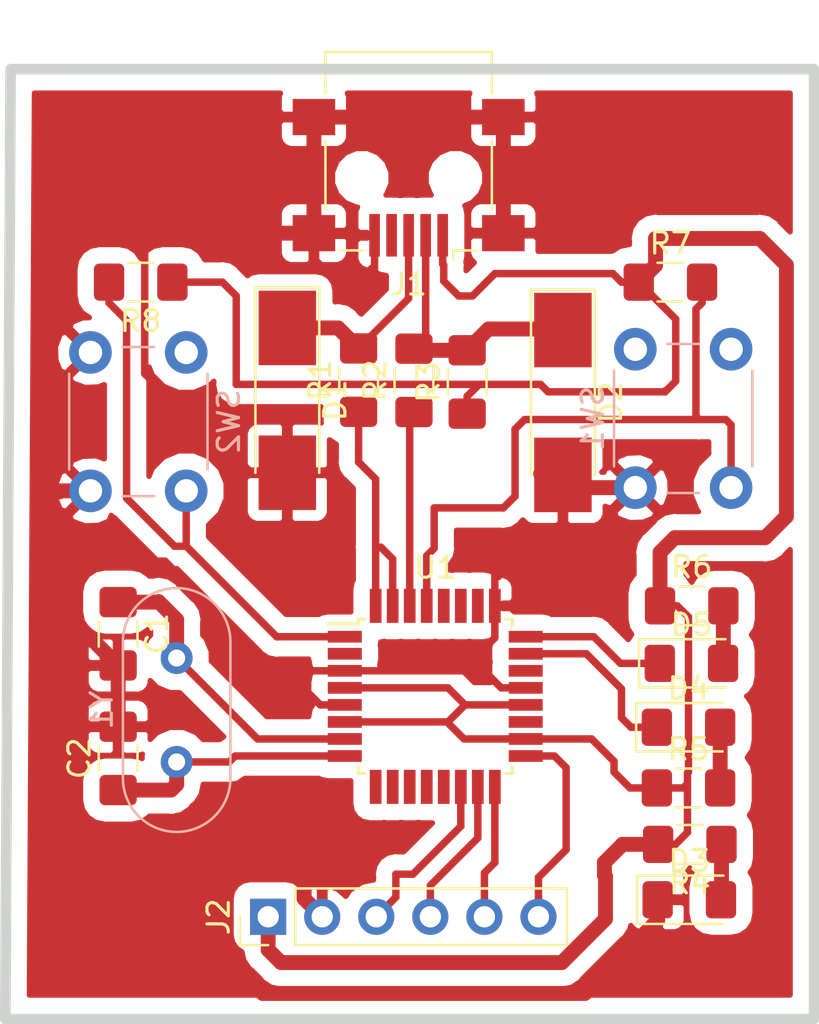
<source format=kicad_pcb>
(kicad_pcb (version 20171130) (host pcbnew 5.0.1)

  (general
    (thickness 1.6)
    (drawings 4)
    (tracks 212)
    (zones 0)
    (modules 21)
    (nets 32)
  )

  (page User 200 150.012)
  (layers
    (0 F.Cu signal)
    (31 B.Cu signal)
    (32 B.Adhes user)
    (33 F.Adhes user)
    (34 B.Paste user)
    (35 F.Paste user)
    (36 B.SilkS user)
    (37 F.SilkS user)
    (38 B.Mask user)
    (39 F.Mask user)
    (40 Dwgs.User user)
    (41 Cmts.User user)
    (42 Eco1.User user)
    (43 Eco2.User user)
    (44 Edge.Cuts user)
    (45 Margin user)
    (46 B.CrtYd user)
    (47 F.CrtYd user)
    (48 B.Fab user)
    (49 F.Fab user)
  )

  (setup
    (last_trace_width 0.7)
    (user_trace_width 0.35)
    (user_trace_width 0.7)
    (user_trace_width 1)
    (trace_clearance 0.15)
    (zone_clearance 0.508)
    (zone_45_only no)
    (trace_min 0.2)
    (segment_width 0.2)
    (edge_width 0.5)
    (via_size 2)
    (via_drill 0.8)
    (via_min_size 0.4)
    (via_min_drill 0.3)
    (uvia_size 0.3)
    (uvia_drill 0.1)
    (uvias_allowed no)
    (uvia_min_size 0.2)
    (uvia_min_drill 0.1)
    (pcb_text_width 0.3)
    (pcb_text_size 1.5 1.5)
    (mod_edge_width 0.15)
    (mod_text_size 1 1)
    (mod_text_width 0.15)
    (pad_size 1.524 1.524)
    (pad_drill 0.762)
    (pad_to_mask_clearance 0.051)
    (solder_mask_min_width 0.25)
    (aux_axis_origin 0 0)
    (visible_elements FFFFEF7F)
    (pcbplotparams
      (layerselection 0x010fc_ffffffff)
      (usegerberextensions false)
      (usegerberattributes false)
      (usegerberadvancedattributes false)
      (creategerberjobfile false)
      (excludeedgelayer true)
      (linewidth 0.100000)
      (plotframeref false)
      (viasonmask false)
      (mode 1)
      (useauxorigin false)
      (hpglpennumber 1)
      (hpglpenspeed 20)
      (hpglpendiameter 15.000000)
      (psnegative false)
      (psa4output false)
      (plotreference true)
      (plotvalue true)
      (plotinvisibletext false)
      (padsonsilk false)
      (subtractmaskfromsilk false)
      (outputformat 1)
      (mirror false)
      (drillshape 1)
      (scaleselection 1)
      (outputdirectory ""))
  )

  (net 0 "")
  (net 1 "Net-(C1-Pad1)")
  (net 2 GND)
  (net 3 "Net-(C2-Pad1)")
  (net 4 "Net-(D1-Pad1)")
  (net 5 "Net-(D2-Pad1)")
  (net 6 "Net-(D3-Pad2)")
  (net 7 "Net-(D4-Pad2)")
  (net 8 "Net-(D4-Pad1)")
  (net 9 "Net-(D5-Pad1)")
  (net 10 "Net-(D5-Pad2)")
  (net 11 +5V)
  (net 12 "Net-(J1-Pad4)")
  (net 13 "Net-(J2-Pad3)")
  (net 14 "Net-(J2-Pad4)")
  (net 15 "Net-(J2-Pad5)")
  (net 16 "Net-(J2-Pad6)")
  (net 17 /D+)
  (net 18 /D-)
  (net 19 "Net-(R7-Pad2)")
  (net 20 /USER)
  (net 21 "Net-(U1-Pad2)")
  (net 22 "Net-(U1-Pad9)")
  (net 23 "Net-(U1-Pad10)")
  (net 24 "Net-(U1-Pad11)")
  (net 25 "Net-(U1-Pad12)")
  (net 26 "Net-(U1-Pad13)")
  (net 27 "Net-(U1-Pad19)")
  (net 28 "Net-(U1-Pad22)")
  (net 29 "Net-(U1-Pad26)")
  (net 30 "Net-(U1-Pad27)")
  (net 31 "Net-(U1-Pad28)")

  (net_class Default "This is the default net class."
    (clearance 0.15)
    (trace_width 0.25)
    (via_dia 2)
    (via_drill 0.8)
    (uvia_dia 0.3)
    (uvia_drill 0.1)
    (add_net +5V)
    (add_net /D+)
    (add_net /D-)
    (add_net /USER)
    (add_net GND)
    (add_net "Net-(C1-Pad1)")
    (add_net "Net-(C2-Pad1)")
    (add_net "Net-(D1-Pad1)")
    (add_net "Net-(D2-Pad1)")
    (add_net "Net-(D3-Pad2)")
    (add_net "Net-(D4-Pad1)")
    (add_net "Net-(D4-Pad2)")
    (add_net "Net-(D5-Pad1)")
    (add_net "Net-(D5-Pad2)")
    (add_net "Net-(J1-Pad4)")
    (add_net "Net-(J2-Pad3)")
    (add_net "Net-(J2-Pad4)")
    (add_net "Net-(J2-Pad5)")
    (add_net "Net-(J2-Pad6)")
    (add_net "Net-(R7-Pad2)")
    (add_net "Net-(U1-Pad10)")
    (add_net "Net-(U1-Pad11)")
    (add_net "Net-(U1-Pad12)")
    (add_net "Net-(U1-Pad13)")
    (add_net "Net-(U1-Pad19)")
    (add_net "Net-(U1-Pad2)")
    (add_net "Net-(U1-Pad22)")
    (add_net "Net-(U1-Pad26)")
    (add_net "Net-(U1-Pad27)")
    (add_net "Net-(U1-Pad28)")
    (add_net "Net-(U1-Pad9)")
  )

  (module Button_Switch_THT:SW_PUSH_6mm (layer B.Cu) (tedit 5A02FE31) (tstamp 5CAAA301)
    (at 110.25 52.8 270)
    (descr https://www.omron.com/ecb/products/pdf/en-b3f.pdf)
    (tags "tact sw push 6mm")
    (path /5CA18993)
    (fp_text reference SW1 (at 3.25 2 270) (layer B.SilkS)
      (effects (font (size 1 1) (thickness 0.15)) (justify mirror))
    )
    (fp_text value RST (at 3.75 -6.7 270) (layer B.Fab)
      (effects (font (size 1 1) (thickness 0.15)) (justify mirror))
    )
    (fp_circle (center 3.25 -2.25) (end 1.25 -2.5) (layer B.Fab) (width 0.1))
    (fp_line (start 6.75 -3) (end 6.75 -1.5) (layer B.SilkS) (width 0.12))
    (fp_line (start 5.5 1) (end 1 1) (layer B.SilkS) (width 0.12))
    (fp_line (start -0.25 -1.5) (end -0.25 -3) (layer B.SilkS) (width 0.12))
    (fp_line (start 1 -5.5) (end 5.5 -5.5) (layer B.SilkS) (width 0.12))
    (fp_line (start 8 1.25) (end 8 -5.75) (layer B.CrtYd) (width 0.05))
    (fp_line (start 7.75 -6) (end -1.25 -6) (layer B.CrtYd) (width 0.05))
    (fp_line (start -1.5 -5.75) (end -1.5 1.25) (layer B.CrtYd) (width 0.05))
    (fp_line (start -1.25 1.5) (end 7.75 1.5) (layer B.CrtYd) (width 0.05))
    (fp_line (start -1.5 -6) (end -1.25 -6) (layer B.CrtYd) (width 0.05))
    (fp_line (start -1.5 -5.75) (end -1.5 -6) (layer B.CrtYd) (width 0.05))
    (fp_line (start -1.5 1.5) (end -1.25 1.5) (layer B.CrtYd) (width 0.05))
    (fp_line (start -1.5 1.25) (end -1.5 1.5) (layer B.CrtYd) (width 0.05))
    (fp_line (start 8 1.5) (end 8 1.25) (layer B.CrtYd) (width 0.05))
    (fp_line (start 7.75 1.5) (end 8 1.5) (layer B.CrtYd) (width 0.05))
    (fp_line (start 8 -6) (end 8 -5.75) (layer B.CrtYd) (width 0.05))
    (fp_line (start 7.75 -6) (end 8 -6) (layer B.CrtYd) (width 0.05))
    (fp_line (start 0.25 0.75) (end 3.25 0.75) (layer B.Fab) (width 0.1))
    (fp_line (start 0.25 -5.25) (end 0.25 0.75) (layer B.Fab) (width 0.1))
    (fp_line (start 6.25 -5.25) (end 0.25 -5.25) (layer B.Fab) (width 0.1))
    (fp_line (start 6.25 0.75) (end 6.25 -5.25) (layer B.Fab) (width 0.1))
    (fp_line (start 3.25 0.75) (end 6.25 0.75) (layer B.Fab) (width 0.1))
    (fp_text user %R (at 3.25 -2.25 270) (layer B.Fab)
      (effects (font (size 1 1) (thickness 0.15)) (justify mirror))
    )
    (pad 1 thru_hole circle (at 6.5 0 180) (size 2 2) (drill 1.1) (layers *.Cu *.Mask)
      (net 2 GND))
    (pad 2 thru_hole circle (at 6.5 -4.5 180) (size 2 2) (drill 1.1) (layers *.Cu *.Mask)
      (net 19 "Net-(R7-Pad2)"))
    (pad 1 thru_hole circle (at 0 0 180) (size 2 2) (drill 1.1) (layers *.Cu *.Mask)
      (net 2 GND))
    (pad 2 thru_hole circle (at 0 -4.5 180) (size 2 2) (drill 1.1) (layers *.Cu *.Mask)
      (net 19 "Net-(R7-Pad2)"))
    (model ${KISYS3DMOD}/Button_Switch_THT.3dshapes/SW_PUSH_6mm.wrl
      (at (xyz 0 0 0))
      (scale (xyz 1 1 1))
      (rotate (xyz 0 0 0))
    )
  )

  (module Capacitor_SMD:C_1206_3216Metric_Pad1.42x1.75mm_HandSolder (layer F.Cu) (tedit 5B301BBE) (tstamp 5CAA60D4)
    (at 85.95 66.1625 270)
    (descr "Capacitor SMD 1206 (3216 Metric), square (rectangular) end terminal, IPC_7351 nominal with elongated pad for handsoldering. (Body size source: http://www.tortai-tech.com/upload/download/2011102023233369053.pdf), generated with kicad-footprint-generator")
    (tags "capacitor handsolder")
    (path /5C9F7AEB)
    (attr smd)
    (fp_text reference C1 (at 0 -1.82 270) (layer F.SilkS)
      (effects (font (size 1 1) (thickness 0.15)))
    )
    (fp_text value 22p (at 0 1.82 270) (layer F.Fab)
      (effects (font (size 1 1) (thickness 0.15)))
    )
    (fp_line (start -1.6 0.8) (end -1.6 -0.8) (layer F.Fab) (width 0.1))
    (fp_line (start -1.6 -0.8) (end 1.6 -0.8) (layer F.Fab) (width 0.1))
    (fp_line (start 1.6 -0.8) (end 1.6 0.8) (layer F.Fab) (width 0.1))
    (fp_line (start 1.6 0.8) (end -1.6 0.8) (layer F.Fab) (width 0.1))
    (fp_line (start -0.602064 -0.91) (end 0.602064 -0.91) (layer F.SilkS) (width 0.12))
    (fp_line (start -0.602064 0.91) (end 0.602064 0.91) (layer F.SilkS) (width 0.12))
    (fp_line (start -2.45 1.12) (end -2.45 -1.12) (layer F.CrtYd) (width 0.05))
    (fp_line (start -2.45 -1.12) (end 2.45 -1.12) (layer F.CrtYd) (width 0.05))
    (fp_line (start 2.45 -1.12) (end 2.45 1.12) (layer F.CrtYd) (width 0.05))
    (fp_line (start 2.45 1.12) (end -2.45 1.12) (layer F.CrtYd) (width 0.05))
    (fp_text user %R (at 0 0 270) (layer F.Fab)
      (effects (font (size 0.8 0.8) (thickness 0.12)))
    )
    (pad 1 smd roundrect (at -1.4875 0 270) (size 1.425 1.75) (layers F.Cu F.Paste F.Mask) (roundrect_rratio 0.175439)
      (net 1 "Net-(C1-Pad1)"))
    (pad 2 smd roundrect (at 1.4875 0 270) (size 1.425 1.75) (layers F.Cu F.Paste F.Mask) (roundrect_rratio 0.175439)
      (net 2 GND))
    (model ${KISYS3DMOD}/Capacitor_SMD.3dshapes/C_1206_3216Metric.wrl
      (at (xyz 0 0 0))
      (scale (xyz 1 1 1))
      (rotate (xyz 0 0 0))
    )
  )

  (module Capacitor_SMD:C_1206_3216Metric_Pad1.42x1.75mm_HandSolder (layer F.Cu) (tedit 5B301BBE) (tstamp 5CAA60E5)
    (at 85.95 72.0125 90)
    (descr "Capacitor SMD 1206 (3216 Metric), square (rectangular) end terminal, IPC_7351 nominal with elongated pad for handsoldering. (Body size source: http://www.tortai-tech.com/upload/download/2011102023233369053.pdf), generated with kicad-footprint-generator")
    (tags "capacitor handsolder")
    (path /5C9F7C07)
    (attr smd)
    (fp_text reference C2 (at 0 -1.82 90) (layer F.SilkS)
      (effects (font (size 1 1) (thickness 0.15)))
    )
    (fp_text value 22p (at 0 1.82 90) (layer F.Fab)
      (effects (font (size 1 1) (thickness 0.15)))
    )
    (fp_text user %R (at 0 0 90) (layer F.Fab)
      (effects (font (size 0.8 0.8) (thickness 0.12)))
    )
    (fp_line (start 2.45 1.12) (end -2.45 1.12) (layer F.CrtYd) (width 0.05))
    (fp_line (start 2.45 -1.12) (end 2.45 1.12) (layer F.CrtYd) (width 0.05))
    (fp_line (start -2.45 -1.12) (end 2.45 -1.12) (layer F.CrtYd) (width 0.05))
    (fp_line (start -2.45 1.12) (end -2.45 -1.12) (layer F.CrtYd) (width 0.05))
    (fp_line (start -0.602064 0.91) (end 0.602064 0.91) (layer F.SilkS) (width 0.12))
    (fp_line (start -0.602064 -0.91) (end 0.602064 -0.91) (layer F.SilkS) (width 0.12))
    (fp_line (start 1.6 0.8) (end -1.6 0.8) (layer F.Fab) (width 0.1))
    (fp_line (start 1.6 -0.8) (end 1.6 0.8) (layer F.Fab) (width 0.1))
    (fp_line (start -1.6 -0.8) (end 1.6 -0.8) (layer F.Fab) (width 0.1))
    (fp_line (start -1.6 0.8) (end -1.6 -0.8) (layer F.Fab) (width 0.1))
    (pad 2 smd roundrect (at 1.4875 0 90) (size 1.425 1.75) (layers F.Cu F.Paste F.Mask) (roundrect_rratio 0.175439)
      (net 2 GND))
    (pad 1 smd roundrect (at -1.4875 0 90) (size 1.425 1.75) (layers F.Cu F.Paste F.Mask) (roundrect_rratio 0.175439)
      (net 3 "Net-(C2-Pad1)"))
    (model ${KISYS3DMOD}/Capacitor_SMD.3dshapes/C_1206_3216Metric.wrl
      (at (xyz 0 0 0))
      (scale (xyz 1 1 1))
      (rotate (xyz 0 0 0))
    )
  )

  (module Diode_SMD:D_MELF_Handsoldering (layer F.Cu) (tedit 5905D89D) (tstamp 5CAA60FD)
    (at 93.9 55.2 270)
    (descr "Diode MELF Handsoldering")
    (tags "Diode MELF Handsoldering")
    (path /5C9DCD50)
    (attr smd)
    (fp_text reference D1 (at 0 -2.25 270) (layer F.SilkS)
      (effects (font (size 1 1) (thickness 0.15)))
    )
    (fp_text value D_Zener (at 0 2.25 270) (layer F.Fab)
      (effects (font (size 1 1) (thickness 0.15)))
    )
    (fp_text user %R (at 0 -2.25 270) (layer F.Fab)
      (effects (font (size 1 1) (thickness 0.15)))
    )
    (fp_line (start 3.4 -1.5) (end -5.3 -1.5) (layer F.SilkS) (width 0.12))
    (fp_line (start -5.3 -1.5) (end -5.3 1.5) (layer F.SilkS) (width 0.12))
    (fp_line (start -5.3 1.5) (end 3.4 1.5) (layer F.SilkS) (width 0.12))
    (fp_line (start 2.6 -1.3) (end -2.6 -1.3) (layer F.Fab) (width 0.1))
    (fp_line (start -2.6 -1.3) (end -2.6 1.3) (layer F.Fab) (width 0.1))
    (fp_line (start -2.6 1.3) (end 2.6 1.3) (layer F.Fab) (width 0.1))
    (fp_line (start 2.6 1.3) (end 2.6 -1.3) (layer F.Fab) (width 0.1))
    (fp_line (start -0.64944 0.00102) (end -1.55114 0.00102) (layer F.Fab) (width 0.1))
    (fp_line (start 0.50118 0.00102) (end 1.4994 0.00102) (layer F.Fab) (width 0.1))
    (fp_line (start -0.64944 -0.79908) (end -0.64944 0.80112) (layer F.Fab) (width 0.1))
    (fp_line (start 0.50118 0.75032) (end 0.50118 -0.79908) (layer F.Fab) (width 0.1))
    (fp_line (start -0.64944 0.00102) (end 0.50118 0.75032) (layer F.Fab) (width 0.1))
    (fp_line (start -0.64944 0.00102) (end 0.50118 -0.79908) (layer F.Fab) (width 0.1))
    (fp_line (start -5.4 -1.6) (end 5.4 -1.6) (layer F.CrtYd) (width 0.05))
    (fp_line (start 5.4 -1.6) (end 5.4 1.6) (layer F.CrtYd) (width 0.05))
    (fp_line (start 5.4 1.6) (end -5.4 1.6) (layer F.CrtYd) (width 0.05))
    (fp_line (start -5.4 1.6) (end -5.4 -1.6) (layer F.CrtYd) (width 0.05))
    (pad 1 smd rect (at -3.4 0 270) (size 3.5 2.7) (layers F.Cu F.Paste F.Mask)
      (net 4 "Net-(D1-Pad1)"))
    (pad 2 smd rect (at 3.4 0 270) (size 3.5 2.7) (layers F.Cu F.Paste F.Mask)
      (net 2 GND))
    (model ${KISYS3DMOD}/Diode_SMD.3dshapes/D_MELF.wrl
      (at (xyz 0 0 0))
      (scale (xyz 1 1 1))
      (rotate (xyz 0 0 0))
    )
  )

  (module Diode_SMD:D_MELF_Handsoldering (layer F.Cu) (tedit 5905D89D) (tstamp 5CAA6115)
    (at 106.85 55.3 270)
    (descr "Diode MELF Handsoldering")
    (tags "Diode MELF Handsoldering")
    (path /5C9DCDC6)
    (attr smd)
    (fp_text reference D2 (at 0 -2.25 270) (layer F.SilkS)
      (effects (font (size 1 1) (thickness 0.15)))
    )
    (fp_text value D_Zener (at 0 2.25 270) (layer F.Fab)
      (effects (font (size 1 1) (thickness 0.15)))
    )
    (fp_line (start -5.4 1.6) (end -5.4 -1.6) (layer F.CrtYd) (width 0.05))
    (fp_line (start 5.4 1.6) (end -5.4 1.6) (layer F.CrtYd) (width 0.05))
    (fp_line (start 5.4 -1.6) (end 5.4 1.6) (layer F.CrtYd) (width 0.05))
    (fp_line (start -5.4 -1.6) (end 5.4 -1.6) (layer F.CrtYd) (width 0.05))
    (fp_line (start -0.64944 0.00102) (end 0.50118 -0.79908) (layer F.Fab) (width 0.1))
    (fp_line (start -0.64944 0.00102) (end 0.50118 0.75032) (layer F.Fab) (width 0.1))
    (fp_line (start 0.50118 0.75032) (end 0.50118 -0.79908) (layer F.Fab) (width 0.1))
    (fp_line (start -0.64944 -0.79908) (end -0.64944 0.80112) (layer F.Fab) (width 0.1))
    (fp_line (start 0.50118 0.00102) (end 1.4994 0.00102) (layer F.Fab) (width 0.1))
    (fp_line (start -0.64944 0.00102) (end -1.55114 0.00102) (layer F.Fab) (width 0.1))
    (fp_line (start 2.6 1.3) (end 2.6 -1.3) (layer F.Fab) (width 0.1))
    (fp_line (start -2.6 1.3) (end 2.6 1.3) (layer F.Fab) (width 0.1))
    (fp_line (start -2.6 -1.3) (end -2.6 1.3) (layer F.Fab) (width 0.1))
    (fp_line (start 2.6 -1.3) (end -2.6 -1.3) (layer F.Fab) (width 0.1))
    (fp_line (start -5.3 1.5) (end 3.4 1.5) (layer F.SilkS) (width 0.12))
    (fp_line (start -5.3 -1.5) (end -5.3 1.5) (layer F.SilkS) (width 0.12))
    (fp_line (start 3.4 -1.5) (end -5.3 -1.5) (layer F.SilkS) (width 0.12))
    (fp_text user %R (at 0 -2.25 270) (layer F.Fab)
      (effects (font (size 1 1) (thickness 0.15)))
    )
    (pad 2 smd rect (at 3.4 0 270) (size 3.5 2.7) (layers F.Cu F.Paste F.Mask)
      (net 2 GND))
    (pad 1 smd rect (at -3.4 0 270) (size 3.5 2.7) (layers F.Cu F.Paste F.Mask)
      (net 5 "Net-(D2-Pad1)"))
    (model ${KISYS3DMOD}/Diode_SMD.3dshapes/D_MELF.wrl
      (at (xyz 0 0 0))
      (scale (xyz 1 1 1))
      (rotate (xyz 0 0 0))
    )
  )

  (module LED_SMD:LED_1206_3216Metric_Pad1.42x1.75mm_HandSolder (layer F.Cu) (tedit 5B4B45C9) (tstamp 5CAA6128)
    (at 112.7875 78.65)
    (descr "LED SMD 1206 (3216 Metric), square (rectangular) end terminal, IPC_7351 nominal, (Body size source: http://www.tortai-tech.com/upload/download/2011102023233369053.pdf), generated with kicad-footprint-generator")
    (tags "LED handsolder")
    (path /5C9DDDBC)
    (attr smd)
    (fp_text reference D3 (at 0 -1.82) (layer F.SilkS)
      (effects (font (size 1 1) (thickness 0.15)))
    )
    (fp_text value LED (at 0 1.82) (layer F.Fab)
      (effects (font (size 1 1) (thickness 0.15)))
    )
    (fp_line (start 1.6 -0.8) (end -1.2 -0.8) (layer F.Fab) (width 0.1))
    (fp_line (start -1.2 -0.8) (end -1.6 -0.4) (layer F.Fab) (width 0.1))
    (fp_line (start -1.6 -0.4) (end -1.6 0.8) (layer F.Fab) (width 0.1))
    (fp_line (start -1.6 0.8) (end 1.6 0.8) (layer F.Fab) (width 0.1))
    (fp_line (start 1.6 0.8) (end 1.6 -0.8) (layer F.Fab) (width 0.1))
    (fp_line (start 1.6 -1.135) (end -2.46 -1.135) (layer F.SilkS) (width 0.12))
    (fp_line (start -2.46 -1.135) (end -2.46 1.135) (layer F.SilkS) (width 0.12))
    (fp_line (start -2.46 1.135) (end 1.6 1.135) (layer F.SilkS) (width 0.12))
    (fp_line (start -2.45 1.12) (end -2.45 -1.12) (layer F.CrtYd) (width 0.05))
    (fp_line (start -2.45 -1.12) (end 2.45 -1.12) (layer F.CrtYd) (width 0.05))
    (fp_line (start 2.45 -1.12) (end 2.45 1.12) (layer F.CrtYd) (width 0.05))
    (fp_line (start 2.45 1.12) (end -2.45 1.12) (layer F.CrtYd) (width 0.05))
    (fp_text user %R (at -1.1375 -1.65) (layer F.Fab)
      (effects (font (size 0.8 0.8) (thickness 0.12)))
    )
    (pad 1 smd roundrect (at -1.4875 0) (size 1.425 1.75) (layers F.Cu F.Paste F.Mask) (roundrect_rratio 0.175439)
      (net 2 GND))
    (pad 2 smd roundrect (at 1.4875 0) (size 1.425 1.75) (layers F.Cu F.Paste F.Mask) (roundrect_rratio 0.175439)
      (net 6 "Net-(D3-Pad2)"))
    (model ${KISYS3DMOD}/LED_SMD.3dshapes/LED_1206_3216Metric.wrl
      (at (xyz 0 0 0))
      (scale (xyz 1 1 1))
      (rotate (xyz 0 0 0))
    )
  )

  (module LED_SMD:LED_1206_3216Metric_Pad1.42x1.75mm_HandSolder (layer F.Cu) (tedit 5B4B45C9) (tstamp 5CAA613B)
    (at 112.75 70.55)
    (descr "LED SMD 1206 (3216 Metric), square (rectangular) end terminal, IPC_7351 nominal, (Body size source: http://www.tortai-tech.com/upload/download/2011102023233369053.pdf), generated with kicad-footprint-generator")
    (tags "LED handsolder")
    (path /5C9EA3CB)
    (attr smd)
    (fp_text reference D4 (at 0 -1.82) (layer F.SilkS)
      (effects (font (size 1 1) (thickness 0.15)))
    )
    (fp_text value LED (at 0 1.82) (layer F.Fab)
      (effects (font (size 1 1) (thickness 0.15)))
    )
    (fp_text user %R (at 0 0) (layer F.Fab)
      (effects (font (size 0.8 0.8) (thickness 0.12)))
    )
    (fp_line (start 2.45 1.12) (end -2.45 1.12) (layer F.CrtYd) (width 0.05))
    (fp_line (start 2.45 -1.12) (end 2.45 1.12) (layer F.CrtYd) (width 0.05))
    (fp_line (start -2.45 -1.12) (end 2.45 -1.12) (layer F.CrtYd) (width 0.05))
    (fp_line (start -2.45 1.12) (end -2.45 -1.12) (layer F.CrtYd) (width 0.05))
    (fp_line (start -2.46 1.135) (end 1.6 1.135) (layer F.SilkS) (width 0.12))
    (fp_line (start -2.46 -1.135) (end -2.46 1.135) (layer F.SilkS) (width 0.12))
    (fp_line (start 1.6 -1.135) (end -2.46 -1.135) (layer F.SilkS) (width 0.12))
    (fp_line (start 1.6 0.8) (end 1.6 -0.8) (layer F.Fab) (width 0.1))
    (fp_line (start -1.6 0.8) (end 1.6 0.8) (layer F.Fab) (width 0.1))
    (fp_line (start -1.6 -0.4) (end -1.6 0.8) (layer F.Fab) (width 0.1))
    (fp_line (start -1.2 -0.8) (end -1.6 -0.4) (layer F.Fab) (width 0.1))
    (fp_line (start 1.6 -0.8) (end -1.2 -0.8) (layer F.Fab) (width 0.1))
    (pad 2 smd roundrect (at 1.4875 0) (size 1.425 1.75) (layers F.Cu F.Paste F.Mask) (roundrect_rratio 0.175439)
      (net 7 "Net-(D4-Pad2)"))
    (pad 1 smd roundrect (at -1.4875 0) (size 1.425 1.75) (layers F.Cu F.Paste F.Mask) (roundrect_rratio 0.175439)
      (net 8 "Net-(D4-Pad1)"))
    (model ${KISYS3DMOD}/LED_SMD.3dshapes/LED_1206_3216Metric.wrl
      (at (xyz 0 0 0))
      (scale (xyz 1 1 1))
      (rotate (xyz 0 0 0))
    )
  )

  (module LED_SMD:LED_1206_3216Metric_Pad1.42x1.75mm_HandSolder (layer F.Cu) (tedit 5B4B45C9) (tstamp 5CAA614E)
    (at 112.8875 67.55)
    (descr "LED SMD 1206 (3216 Metric), square (rectangular) end terminal, IPC_7351 nominal, (Body size source: http://www.tortai-tech.com/upload/download/2011102023233369053.pdf), generated with kicad-footprint-generator")
    (tags "LED handsolder")
    (path /5C9EA46F)
    (attr smd)
    (fp_text reference D5 (at 0 -1.82) (layer F.SilkS)
      (effects (font (size 1 1) (thickness 0.15)))
    )
    (fp_text value LED (at 0 1.82) (layer F.Fab)
      (effects (font (size 1 1) (thickness 0.15)))
    )
    (fp_line (start 1.6 -0.8) (end -1.2 -0.8) (layer F.Fab) (width 0.1))
    (fp_line (start -1.2 -0.8) (end -1.6 -0.4) (layer F.Fab) (width 0.1))
    (fp_line (start -1.6 -0.4) (end -1.6 0.8) (layer F.Fab) (width 0.1))
    (fp_line (start -1.6 0.8) (end 1.6 0.8) (layer F.Fab) (width 0.1))
    (fp_line (start 1.6 0.8) (end 1.6 -0.8) (layer F.Fab) (width 0.1))
    (fp_line (start 1.6 -1.135) (end -2.46 -1.135) (layer F.SilkS) (width 0.12))
    (fp_line (start -2.46 -1.135) (end -2.46 1.135) (layer F.SilkS) (width 0.12))
    (fp_line (start -2.46 1.135) (end 1.6 1.135) (layer F.SilkS) (width 0.12))
    (fp_line (start -2.45 1.12) (end -2.45 -1.12) (layer F.CrtYd) (width 0.05))
    (fp_line (start -2.45 -1.12) (end 2.45 -1.12) (layer F.CrtYd) (width 0.05))
    (fp_line (start 2.45 -1.12) (end 2.45 1.12) (layer F.CrtYd) (width 0.05))
    (fp_line (start 2.45 1.12) (end -2.45 1.12) (layer F.CrtYd) (width 0.05))
    (fp_text user %R (at 0 0) (layer F.Fab)
      (effects (font (size 0.8 0.8) (thickness 0.12)))
    )
    (pad 1 smd roundrect (at -1.4875 0) (size 1.425 1.75) (layers F.Cu F.Paste F.Mask) (roundrect_rratio 0.175439)
      (net 9 "Net-(D5-Pad1)"))
    (pad 2 smd roundrect (at 1.4875 0) (size 1.425 1.75) (layers F.Cu F.Paste F.Mask) (roundrect_rratio 0.175439)
      (net 10 "Net-(D5-Pad2)"))
    (model ${KISYS3DMOD}/LED_SMD.3dshapes/LED_1206_3216Metric.wrl
      (at (xyz 0 0 0))
      (scale (xyz 1 1 1))
      (rotate (xyz 0 0 0))
    )
  )

  (module Connector_USB:USB_Mini-B_Lumberg_2486_01_Horizontal (layer F.Cu) (tedit 5AC6B535) (tstamp 5CAA6180)
    (at 99.6 44.75 180)
    (descr "USB Mini-B 5-pin SMD connector, http://downloads.lumberg.com/datenblaetter/en/2486_01.pdf")
    (tags "USB USB_B USB_Mini connector")
    (path /5C9DC7F4)
    (attr smd)
    (fp_text reference J1 (at 0 -5 180) (layer F.SilkS)
      (effects (font (size 1 1) (thickness 0.15)))
    )
    (fp_text value USB_B_Mini (at 0 7.5 180) (layer F.Fab)
      (effects (font (size 1 1) (thickness 0.15)))
    )
    (fp_line (start 2.35 -4.2) (end -2.35 -4.2) (layer F.CrtYd) (width 0.05))
    (fp_line (start 2.35 -3.95) (end 2.35 -4.2) (layer F.CrtYd) (width 0.05))
    (fp_line (start 4.35 1.5) (end 5.95 1.5) (layer F.CrtYd) (width 0.05))
    (fp_line (start 4.35 4.2) (end 5.95 4.2) (layer F.CrtYd) (width 0.05))
    (fp_line (start 4.35 6.35) (end 4.35 4.2) (layer F.CrtYd) (width 0.05))
    (fp_line (start 3.91 5.91) (end -3.91 5.91) (layer F.SilkS) (width 0.12))
    (fp_line (start -1.6 -2.85) (end -1.25 -3.35) (layer F.Fab) (width 0.1))
    (fp_line (start -2.11 -3.41) (end -2.11 -3.84) (layer F.SilkS) (width 0.12))
    (fp_text user %R (at 0 1.6) (layer F.Fab)
      (effects (font (size 1 1) (thickness 0.15)))
    )
    (fp_line (start 3.91 5.91) (end 3.91 3.96) (layer F.SilkS) (width 0.12))
    (fp_line (start 3.91 1.74) (end 3.91 -1.49) (layer F.SilkS) (width 0.12))
    (fp_line (start 2.11 -3.41) (end 3.19 -3.41) (layer F.SilkS) (width 0.12))
    (fp_line (start -3.19 -3.41) (end -2.11 -3.41) (layer F.SilkS) (width 0.12))
    (fp_line (start -3.91 1.74) (end -3.91 -1.49) (layer F.SilkS) (width 0.12))
    (fp_line (start -3.91 5.91) (end -3.91 3.96) (layer F.SilkS) (width 0.12))
    (fp_line (start 3.85 5.85) (end 3.85 -3.35) (layer F.Fab) (width 0.1))
    (fp_line (start -3.85 5.85) (end 3.85 5.85) (layer F.Fab) (width 0.1))
    (fp_line (start -3.85 -3.35) (end -3.85 5.85) (layer F.Fab) (width 0.1))
    (fp_line (start -3.85 -3.35) (end 3.85 -3.35) (layer F.Fab) (width 0.1))
    (fp_line (start -4.35 6.35) (end 4.35 6.35) (layer F.CrtYd) (width 0.05))
    (fp_line (start 5.95 -3.95) (end 2.35 -3.95) (layer F.CrtYd) (width 0.05))
    (fp_line (start 5.95 1.5) (end 5.95 4.2) (layer F.CrtYd) (width 0.05))
    (fp_line (start -1.95 -3.35) (end -1.6 -2.85) (layer F.Fab) (width 0.1))
    (fp_line (start 4.35 -1.25) (end 4.35 1.5) (layer F.CrtYd) (width 0.05))
    (fp_line (start 4.35 -1.25) (end 5.95 -1.25) (layer F.CrtYd) (width 0.05))
    (fp_line (start 5.95 -3.95) (end 5.95 -1.25) (layer F.CrtYd) (width 0.05))
    (fp_line (start -2.35 -3.95) (end -2.35 -4.2) (layer F.CrtYd) (width 0.05))
    (fp_line (start -5.95 -3.95) (end -2.35 -3.95) (layer F.CrtYd) (width 0.05))
    (fp_line (start -5.95 -3.95) (end -5.95 -1.25) (layer F.CrtYd) (width 0.05))
    (fp_line (start -4.35 -1.25) (end -5.95 -1.25) (layer F.CrtYd) (width 0.05))
    (fp_line (start -4.35 -1.25) (end -4.35 1.5) (layer F.CrtYd) (width 0.05))
    (fp_line (start -4.35 1.5) (end -5.95 1.5) (layer F.CrtYd) (width 0.05))
    (fp_line (start -5.95 1.5) (end -5.95 4.2) (layer F.CrtYd) (width 0.05))
    (fp_line (start -4.35 4.2) (end -5.95 4.2) (layer F.CrtYd) (width 0.05))
    (fp_line (start -4.35 6.35) (end -4.35 4.2) (layer F.CrtYd) (width 0.05))
    (pad 1 smd rect (at -1.6 -2.7 180) (size 0.5 2) (layers F.Cu F.Paste F.Mask)
      (net 11 +5V))
    (pad 2 smd rect (at -0.8 -2.7 180) (size 0.5 2) (layers F.Cu F.Paste F.Mask)
      (net 5 "Net-(D2-Pad1)"))
    (pad 3 smd rect (at 0 -2.7 180) (size 0.5 2) (layers F.Cu F.Paste F.Mask)
      (net 4 "Net-(D1-Pad1)"))
    (pad 4 smd rect (at 0.8 -2.7 180) (size 0.5 2) (layers F.Cu F.Paste F.Mask)
      (net 12 "Net-(J1-Pad4)"))
    (pad 5 smd rect (at 1.6 -2.7 180) (size 0.5 2) (layers F.Cu F.Paste F.Mask)
      (net 2 GND))
    (pad 6 smd rect (at -4.45 -2.6 180) (size 2 1.7) (layers F.Cu F.Paste F.Mask)
      (net 2 GND))
    (pad 6 smd rect (at -4.45 2.85 180) (size 2 1.7) (layers F.Cu F.Paste F.Mask)
      (net 2 GND))
    (pad 6 smd rect (at 4.45 -2.6 180) (size 2 1.7) (layers F.Cu F.Paste F.Mask)
      (net 2 GND))
    (pad 6 smd rect (at 4.45 2.85 180) (size 2 1.7) (layers F.Cu F.Paste F.Mask)
      (net 2 GND))
    (pad "" np_thru_hole circle (at -2.2 0 180) (size 1 1) (drill 1) (layers *.Cu *.Mask))
    (pad "" np_thru_hole circle (at 2.2 0 180) (size 1 1) (drill 1) (layers *.Cu *.Mask))
    (model ${KISYS3DMOD}/Connector_USB.3dshapes/USB_Mini-B_Lumberg_2486_01_Horizontal.wrl
      (at (xyz 0 0 0))
      (scale (xyz 1 1 1))
      (rotate (xyz 0 0 0))
    )
  )

  (module Connector_PinHeader_2.54mm:PinHeader_1x06_P2.54mm_Vertical (layer F.Cu) (tedit 59FED5CC) (tstamp 5CAA619A)
    (at 93 79.45 90)
    (descr "Through hole straight pin header, 1x06, 2.54mm pitch, single row")
    (tags "Through hole pin header THT 1x06 2.54mm single row")
    (path /5C9E3D92)
    (fp_text reference J2 (at 0 -2.33 90) (layer F.SilkS)
      (effects (font (size 1 1) (thickness 0.15)))
    )
    (fp_text value ISP (at 0 15.03 90) (layer F.Fab)
      (effects (font (size 1 1) (thickness 0.15)))
    )
    (fp_line (start -0.635 -1.27) (end 1.27 -1.27) (layer F.Fab) (width 0.1))
    (fp_line (start 1.27 -1.27) (end 1.27 13.97) (layer F.Fab) (width 0.1))
    (fp_line (start 1.27 13.97) (end -1.27 13.97) (layer F.Fab) (width 0.1))
    (fp_line (start -1.27 13.97) (end -1.27 -0.635) (layer F.Fab) (width 0.1))
    (fp_line (start -1.27 -0.635) (end -0.635 -1.27) (layer F.Fab) (width 0.1))
    (fp_line (start -1.33 14.03) (end 1.33 14.03) (layer F.SilkS) (width 0.12))
    (fp_line (start -1.33 1.27) (end -1.33 14.03) (layer F.SilkS) (width 0.12))
    (fp_line (start 1.33 1.27) (end 1.33 14.03) (layer F.SilkS) (width 0.12))
    (fp_line (start -1.33 1.27) (end 1.33 1.27) (layer F.SilkS) (width 0.12))
    (fp_line (start -1.33 0) (end -1.33 -1.33) (layer F.SilkS) (width 0.12))
    (fp_line (start -1.33 -1.33) (end 0 -1.33) (layer F.SilkS) (width 0.12))
    (fp_line (start -1.8 -1.8) (end -1.8 14.5) (layer F.CrtYd) (width 0.05))
    (fp_line (start -1.8 14.5) (end 1.8 14.5) (layer F.CrtYd) (width 0.05))
    (fp_line (start 1.8 14.5) (end 1.8 -1.8) (layer F.CrtYd) (width 0.05))
    (fp_line (start 1.8 -1.8) (end -1.8 -1.8) (layer F.CrtYd) (width 0.05))
    (fp_text user %R (at 0 6.35 180) (layer F.Fab)
      (effects (font (size 1 1) (thickness 0.15)))
    )
    (pad 1 thru_hole rect (at 0 0 90) (size 1.7 1.7) (drill 1) (layers *.Cu *.Mask)
      (net 11 +5V))
    (pad 2 thru_hole oval (at 0 2.54 90) (size 1.7 1.7) (drill 1) (layers *.Cu *.Mask)
      (net 2 GND))
    (pad 3 thru_hole oval (at 0 5.08 90) (size 1.7 1.7) (drill 1) (layers *.Cu *.Mask)
      (net 13 "Net-(J2-Pad3)"))
    (pad 4 thru_hole oval (at 0 7.62 90) (size 1.7 1.7) (drill 1) (layers *.Cu *.Mask)
      (net 14 "Net-(J2-Pad4)"))
    (pad 5 thru_hole oval (at 0 10.16 90) (size 1.7 1.7) (drill 1) (layers *.Cu *.Mask)
      (net 15 "Net-(J2-Pad5)"))
    (pad 6 thru_hole oval (at 0 12.7 90) (size 1.7 1.7) (drill 1) (layers *.Cu *.Mask)
      (net 16 "Net-(J2-Pad6)"))
    (model ${KISYS3DMOD}/Connector_PinHeader_2.54mm.3dshapes/PinHeader_1x06_P2.54mm_Vertical.wrl
      (at (xyz 0 0 0))
      (scale (xyz 1 1 1))
      (rotate (xyz 0 0 0))
    )
  )

  (module Resistor_SMD:R_1206_3216Metric_Pad1.42x1.75mm_HandSolder (layer F.Cu) (tedit 5B301BBD) (tstamp 5CAA61AB)
    (at 97.25 54.25 90)
    (descr "Resistor SMD 1206 (3216 Metric), square (rectangular) end terminal, IPC_7351 nominal with elongated pad for handsoldering. (Body size source: http://www.tortai-tech.com/upload/download/2011102023233369053.pdf), generated with kicad-footprint-generator")
    (tags "resistor handsolder")
    (path /5C9DCC0D)
    (attr smd)
    (fp_text reference R1 (at 0 -1.82 90) (layer F.SilkS)
      (effects (font (size 1 1) (thickness 0.15)))
    )
    (fp_text value 68 (at 0 1.82 90) (layer F.Fab)
      (effects (font (size 1 1) (thickness 0.15)))
    )
    (fp_line (start -1.6 0.8) (end -1.6 -0.8) (layer F.Fab) (width 0.1))
    (fp_line (start -1.6 -0.8) (end 1.6 -0.8) (layer F.Fab) (width 0.1))
    (fp_line (start 1.6 -0.8) (end 1.6 0.8) (layer F.Fab) (width 0.1))
    (fp_line (start 1.6 0.8) (end -1.6 0.8) (layer F.Fab) (width 0.1))
    (fp_line (start -0.602064 -0.91) (end 0.602064 -0.91) (layer F.SilkS) (width 0.12))
    (fp_line (start -0.602064 0.91) (end 0.602064 0.91) (layer F.SilkS) (width 0.12))
    (fp_line (start -2.45 1.12) (end -2.45 -1.12) (layer F.CrtYd) (width 0.05))
    (fp_line (start -2.45 -1.12) (end 2.45 -1.12) (layer F.CrtYd) (width 0.05))
    (fp_line (start 2.45 -1.12) (end 2.45 1.12) (layer F.CrtYd) (width 0.05))
    (fp_line (start 2.45 1.12) (end -2.45 1.12) (layer F.CrtYd) (width 0.05))
    (fp_text user %R (at 0 0 90) (layer F.Fab)
      (effects (font (size 0.8 0.8) (thickness 0.12)))
    )
    (pad 1 smd roundrect (at -1.4875 0 90) (size 1.425 1.75) (layers F.Cu F.Paste F.Mask) (roundrect_rratio 0.175439)
      (net 17 /D+))
    (pad 2 smd roundrect (at 1.4875 0 90) (size 1.425 1.75) (layers F.Cu F.Paste F.Mask) (roundrect_rratio 0.175439)
      (net 4 "Net-(D1-Pad1)"))
    (model ${KISYS3DMOD}/Resistor_SMD.3dshapes/R_1206_3216Metric.wrl
      (at (xyz 0 0 0))
      (scale (xyz 1 1 1))
      (rotate (xyz 0 0 0))
    )
  )

  (module Resistor_SMD:R_1206_3216Metric_Pad1.42x1.75mm_HandSolder (layer F.Cu) (tedit 5B301BBD) (tstamp 5CAA61BC)
    (at 99.85 54.2625 90)
    (descr "Resistor SMD 1206 (3216 Metric), square (rectangular) end terminal, IPC_7351 nominal with elongated pad for handsoldering. (Body size source: http://www.tortai-tech.com/upload/download/2011102023233369053.pdf), generated with kicad-footprint-generator")
    (tags "resistor handsolder")
    (path /5C9DCC63)
    (attr smd)
    (fp_text reference R2 (at 0 -1.82 90) (layer F.SilkS)
      (effects (font (size 1 1) (thickness 0.15)))
    )
    (fp_text value 68 (at 0 1.82 90) (layer F.Fab)
      (effects (font (size 1 1) (thickness 0.15)))
    )
    (fp_text user %R (at 0 0 90) (layer F.Fab)
      (effects (font (size 0.8 0.8) (thickness 0.12)))
    )
    (fp_line (start 2.45 1.12) (end -2.45 1.12) (layer F.CrtYd) (width 0.05))
    (fp_line (start 2.45 -1.12) (end 2.45 1.12) (layer F.CrtYd) (width 0.05))
    (fp_line (start -2.45 -1.12) (end 2.45 -1.12) (layer F.CrtYd) (width 0.05))
    (fp_line (start -2.45 1.12) (end -2.45 -1.12) (layer F.CrtYd) (width 0.05))
    (fp_line (start -0.602064 0.91) (end 0.602064 0.91) (layer F.SilkS) (width 0.12))
    (fp_line (start -0.602064 -0.91) (end 0.602064 -0.91) (layer F.SilkS) (width 0.12))
    (fp_line (start 1.6 0.8) (end -1.6 0.8) (layer F.Fab) (width 0.1))
    (fp_line (start 1.6 -0.8) (end 1.6 0.8) (layer F.Fab) (width 0.1))
    (fp_line (start -1.6 -0.8) (end 1.6 -0.8) (layer F.Fab) (width 0.1))
    (fp_line (start -1.6 0.8) (end -1.6 -0.8) (layer F.Fab) (width 0.1))
    (pad 2 smd roundrect (at 1.4875 0 90) (size 1.425 1.75) (layers F.Cu F.Paste F.Mask) (roundrect_rratio 0.175439)
      (net 5 "Net-(D2-Pad1)"))
    (pad 1 smd roundrect (at -1.4875 0 90) (size 1.425 1.75) (layers F.Cu F.Paste F.Mask) (roundrect_rratio 0.175439)
      (net 18 /D-))
    (model ${KISYS3DMOD}/Resistor_SMD.3dshapes/R_1206_3216Metric.wrl
      (at (xyz 0 0 0))
      (scale (xyz 1 1 1))
      (rotate (xyz 0 0 0))
    )
  )

  (module Resistor_SMD:R_1206_3216Metric_Pad1.42x1.75mm_HandSolder (layer F.Cu) (tedit 5B301BBD) (tstamp 5CAA61CD)
    (at 102.35 54.3375 90)
    (descr "Resistor SMD 1206 (3216 Metric), square (rectangular) end terminal, IPC_7351 nominal with elongated pad for handsoldering. (Body size source: http://www.tortai-tech.com/upload/download/2011102023233369053.pdf), generated with kicad-footprint-generator")
    (tags "resistor handsolder")
    (path /5C9DDA36)
    (attr smd)
    (fp_text reference R3 (at 0 -1.82 90) (layer F.SilkS)
      (effects (font (size 1 1) (thickness 0.15)))
    )
    (fp_text value 2k2 (at 0 1.82 90) (layer F.Fab)
      (effects (font (size 1 1) (thickness 0.15)))
    )
    (fp_line (start -1.6 0.8) (end -1.6 -0.8) (layer F.Fab) (width 0.1))
    (fp_line (start -1.6 -0.8) (end 1.6 -0.8) (layer F.Fab) (width 0.1))
    (fp_line (start 1.6 -0.8) (end 1.6 0.8) (layer F.Fab) (width 0.1))
    (fp_line (start 1.6 0.8) (end -1.6 0.8) (layer F.Fab) (width 0.1))
    (fp_line (start -0.602064 -0.91) (end 0.602064 -0.91) (layer F.SilkS) (width 0.12))
    (fp_line (start -0.602064 0.91) (end 0.602064 0.91) (layer F.SilkS) (width 0.12))
    (fp_line (start -2.45 1.12) (end -2.45 -1.12) (layer F.CrtYd) (width 0.05))
    (fp_line (start -2.45 -1.12) (end 2.45 -1.12) (layer F.CrtYd) (width 0.05))
    (fp_line (start 2.45 -1.12) (end 2.45 1.12) (layer F.CrtYd) (width 0.05))
    (fp_line (start 2.45 1.12) (end -2.45 1.12) (layer F.CrtYd) (width 0.05))
    (fp_text user %R (at 0 0 90) (layer F.Fab)
      (effects (font (size 0.8 0.8) (thickness 0.12)))
    )
    (pad 1 smd roundrect (at -1.4875 0 90) (size 1.425 1.75) (layers F.Cu F.Paste F.Mask) (roundrect_rratio 0.175439)
      (net 11 +5V))
    (pad 2 smd roundrect (at 1.4875 0 90) (size 1.425 1.75) (layers F.Cu F.Paste F.Mask) (roundrect_rratio 0.175439)
      (net 5 "Net-(D2-Pad1)"))
    (model ${KISYS3DMOD}/Resistor_SMD.3dshapes/R_1206_3216Metric.wrl
      (at (xyz 0 0 0))
      (scale (xyz 1 1 1))
      (rotate (xyz 0 0 0))
    )
  )

  (module Resistor_SMD:R_1206_3216Metric_Pad1.42x1.75mm_HandSolder (layer F.Cu) (tedit 5B301BBD) (tstamp 5CAA61DE)
    (at 112.8125 76.05 180)
    (descr "Resistor SMD 1206 (3216 Metric), square (rectangular) end terminal, IPC_7351 nominal with elongated pad for handsoldering. (Body size source: http://www.tortai-tech.com/upload/download/2011102023233369053.pdf), generated with kicad-footprint-generator")
    (tags "resistor handsolder")
    (path /5C9DDD14)
    (attr smd)
    (fp_text reference R4 (at 0 -1.82 180) (layer F.SilkS)
      (effects (font (size 1 1) (thickness 0.15)))
    )
    (fp_text value 1k (at 0 1.82 180) (layer F.Fab)
      (effects (font (size 1 1) (thickness 0.15)))
    )
    (fp_text user %R (at 0 0 180) (layer F.Fab)
      (effects (font (size 0.8 0.8) (thickness 0.12)))
    )
    (fp_line (start 2.45 1.12) (end -2.45 1.12) (layer F.CrtYd) (width 0.05))
    (fp_line (start 2.45 -1.12) (end 2.45 1.12) (layer F.CrtYd) (width 0.05))
    (fp_line (start -2.45 -1.12) (end 2.45 -1.12) (layer F.CrtYd) (width 0.05))
    (fp_line (start -2.45 1.12) (end -2.45 -1.12) (layer F.CrtYd) (width 0.05))
    (fp_line (start -0.602064 0.91) (end 0.602064 0.91) (layer F.SilkS) (width 0.12))
    (fp_line (start -0.602064 -0.91) (end 0.602064 -0.91) (layer F.SilkS) (width 0.12))
    (fp_line (start 1.6 0.8) (end -1.6 0.8) (layer F.Fab) (width 0.1))
    (fp_line (start 1.6 -0.8) (end 1.6 0.8) (layer F.Fab) (width 0.1))
    (fp_line (start -1.6 -0.8) (end 1.6 -0.8) (layer F.Fab) (width 0.1))
    (fp_line (start -1.6 0.8) (end -1.6 -0.8) (layer F.Fab) (width 0.1))
    (pad 2 smd roundrect (at 1.4875 0 180) (size 1.425 1.75) (layers F.Cu F.Paste F.Mask) (roundrect_rratio 0.175439)
      (net 11 +5V))
    (pad 1 smd roundrect (at -1.4875 0 180) (size 1.425 1.75) (layers F.Cu F.Paste F.Mask) (roundrect_rratio 0.175439)
      (net 6 "Net-(D3-Pad2)"))
    (model ${KISYS3DMOD}/Resistor_SMD.3dshapes/R_1206_3216Metric.wrl
      (at (xyz 0 0 0))
      (scale (xyz 1 1 1))
      (rotate (xyz 0 0 0))
    )
  )

  (module Resistor_SMD:R_1206_3216Metric_Pad1.42x1.75mm_HandSolder (layer F.Cu) (tedit 5B301BBD) (tstamp 5CAA61EF)
    (at 112.75 73.4)
    (descr "Resistor SMD 1206 (3216 Metric), square (rectangular) end terminal, IPC_7351 nominal with elongated pad for handsoldering. (Body size source: http://www.tortai-tech.com/upload/download/2011102023233369053.pdf), generated with kicad-footprint-generator")
    (tags "resistor handsolder")
    (path /5C9E8A9D)
    (attr smd)
    (fp_text reference R5 (at 0 -1.82) (layer F.SilkS)
      (effects (font (size 1 1) (thickness 0.15)))
    )
    (fp_text value 1k (at 0 1.82) (layer F.Fab)
      (effects (font (size 1 1) (thickness 0.15)))
    )
    (fp_text user %R (at 0 0) (layer F.Fab)
      (effects (font (size 0.8 0.8) (thickness 0.12)))
    )
    (fp_line (start 2.45 1.12) (end -2.45 1.12) (layer F.CrtYd) (width 0.05))
    (fp_line (start 2.45 -1.12) (end 2.45 1.12) (layer F.CrtYd) (width 0.05))
    (fp_line (start -2.45 -1.12) (end 2.45 -1.12) (layer F.CrtYd) (width 0.05))
    (fp_line (start -2.45 1.12) (end -2.45 -1.12) (layer F.CrtYd) (width 0.05))
    (fp_line (start -0.602064 0.91) (end 0.602064 0.91) (layer F.SilkS) (width 0.12))
    (fp_line (start -0.602064 -0.91) (end 0.602064 -0.91) (layer F.SilkS) (width 0.12))
    (fp_line (start 1.6 0.8) (end -1.6 0.8) (layer F.Fab) (width 0.1))
    (fp_line (start 1.6 -0.8) (end 1.6 0.8) (layer F.Fab) (width 0.1))
    (fp_line (start -1.6 -0.8) (end 1.6 -0.8) (layer F.Fab) (width 0.1))
    (fp_line (start -1.6 0.8) (end -1.6 -0.8) (layer F.Fab) (width 0.1))
    (pad 2 smd roundrect (at 1.4875 0) (size 1.425 1.75) (layers F.Cu F.Paste F.Mask) (roundrect_rratio 0.175439)
      (net 7 "Net-(D4-Pad2)"))
    (pad 1 smd roundrect (at -1.4875 0) (size 1.425 1.75) (layers F.Cu F.Paste F.Mask) (roundrect_rratio 0.175439)
      (net 11 +5V))
    (model ${KISYS3DMOD}/Resistor_SMD.3dshapes/R_1206_3216Metric.wrl
      (at (xyz 0 0 0))
      (scale (xyz 1 1 1))
      (rotate (xyz 0 0 0))
    )
  )

  (module Resistor_SMD:R_1206_3216Metric_Pad1.42x1.75mm_HandSolder (layer F.Cu) (tedit 5B301BBD) (tstamp 5CAA6200)
    (at 112.9 64.85)
    (descr "Resistor SMD 1206 (3216 Metric), square (rectangular) end terminal, IPC_7351 nominal with elongated pad for handsoldering. (Body size source: http://www.tortai-tech.com/upload/download/2011102023233369053.pdf), generated with kicad-footprint-generator")
    (tags "resistor handsolder")
    (path /5C9E8B37)
    (attr smd)
    (fp_text reference R6 (at 0 -1.82) (layer F.SilkS)
      (effects (font (size 1 1) (thickness 0.15)))
    )
    (fp_text value 1k (at 0 1.82) (layer F.Fab)
      (effects (font (size 1 1) (thickness 0.15)))
    )
    (fp_line (start -1.6 0.8) (end -1.6 -0.8) (layer F.Fab) (width 0.1))
    (fp_line (start -1.6 -0.8) (end 1.6 -0.8) (layer F.Fab) (width 0.1))
    (fp_line (start 1.6 -0.8) (end 1.6 0.8) (layer F.Fab) (width 0.1))
    (fp_line (start 1.6 0.8) (end -1.6 0.8) (layer F.Fab) (width 0.1))
    (fp_line (start -0.602064 -0.91) (end 0.602064 -0.91) (layer F.SilkS) (width 0.12))
    (fp_line (start -0.602064 0.91) (end 0.602064 0.91) (layer F.SilkS) (width 0.12))
    (fp_line (start -2.45 1.12) (end -2.45 -1.12) (layer F.CrtYd) (width 0.05))
    (fp_line (start -2.45 -1.12) (end 2.45 -1.12) (layer F.CrtYd) (width 0.05))
    (fp_line (start 2.45 -1.12) (end 2.45 1.12) (layer F.CrtYd) (width 0.05))
    (fp_line (start 2.45 1.12) (end -2.45 1.12) (layer F.CrtYd) (width 0.05))
    (fp_text user %R (at 0 0) (layer F.Fab)
      (effects (font (size 0.8 0.8) (thickness 0.12)))
    )
    (pad 1 smd roundrect (at -1.4875 0) (size 1.425 1.75) (layers F.Cu F.Paste F.Mask) (roundrect_rratio 0.175439)
      (net 11 +5V))
    (pad 2 smd roundrect (at 1.4875 0) (size 1.425 1.75) (layers F.Cu F.Paste F.Mask) (roundrect_rratio 0.175439)
      (net 10 "Net-(D5-Pad2)"))
    (model ${KISYS3DMOD}/Resistor_SMD.3dshapes/R_1206_3216Metric.wrl
      (at (xyz 0 0 0))
      (scale (xyz 1 1 1))
      (rotate (xyz 0 0 0))
    )
  )

  (module Resistor_SMD:R_1206_3216Metric_Pad1.42x1.75mm_HandSolder (layer F.Cu) (tedit 5B301BBD) (tstamp 5CAA6211)
    (at 111.9 49.65)
    (descr "Resistor SMD 1206 (3216 Metric), square (rectangular) end terminal, IPC_7351 nominal with elongated pad for handsoldering. (Body size source: http://www.tortai-tech.com/upload/download/2011102023233369053.pdf), generated with kicad-footprint-generator")
    (tags "resistor handsolder")
    (path /5CA033FF)
    (attr smd)
    (fp_text reference R7 (at 0 -1.82) (layer F.SilkS)
      (effects (font (size 1 1) (thickness 0.15)))
    )
    (fp_text value 2k2 (at 0 1.82) (layer F.Fab)
      (effects (font (size 1 1) (thickness 0.15)))
    )
    (fp_line (start -1.6 0.8) (end -1.6 -0.8) (layer F.Fab) (width 0.1))
    (fp_line (start -1.6 -0.8) (end 1.6 -0.8) (layer F.Fab) (width 0.1))
    (fp_line (start 1.6 -0.8) (end 1.6 0.8) (layer F.Fab) (width 0.1))
    (fp_line (start 1.6 0.8) (end -1.6 0.8) (layer F.Fab) (width 0.1))
    (fp_line (start -0.602064 -0.91) (end 0.602064 -0.91) (layer F.SilkS) (width 0.12))
    (fp_line (start -0.602064 0.91) (end 0.602064 0.91) (layer F.SilkS) (width 0.12))
    (fp_line (start -2.45 1.12) (end -2.45 -1.12) (layer F.CrtYd) (width 0.05))
    (fp_line (start -2.45 -1.12) (end 2.45 -1.12) (layer F.CrtYd) (width 0.05))
    (fp_line (start 2.45 -1.12) (end 2.45 1.12) (layer F.CrtYd) (width 0.05))
    (fp_line (start 2.45 1.12) (end -2.45 1.12) (layer F.CrtYd) (width 0.05))
    (fp_text user %R (at 0 0) (layer F.Fab)
      (effects (font (size 0.8 0.8) (thickness 0.12)))
    )
    (pad 1 smd roundrect (at -1.4875 0) (size 1.425 1.75) (layers F.Cu F.Paste F.Mask) (roundrect_rratio 0.175439)
      (net 11 +5V))
    (pad 2 smd roundrect (at 1.4875 0) (size 1.425 1.75) (layers F.Cu F.Paste F.Mask) (roundrect_rratio 0.175439)
      (net 19 "Net-(R7-Pad2)"))
    (model ${KISYS3DMOD}/Resistor_SMD.3dshapes/R_1206_3216Metric.wrl
      (at (xyz 0 0 0))
      (scale (xyz 1 1 1))
      (rotate (xyz 0 0 0))
    )
  )

  (module Package_QFP:TQFP-32_7x7mm_P0.8mm (layer F.Cu) (tedit 5A02F146) (tstamp 5CAA6286)
    (at 100.85 69.1)
    (descr "32-Lead Plastic Thin Quad Flatpack (PT) - 7x7x1.0 mm Body, 2.00 mm [TQFP] (see Microchip Packaging Specification 00000049BS.pdf)")
    (tags "QFP 0.8")
    (path /5C9DC3DE)
    (attr smd)
    (fp_text reference U1 (at 0 -6.05) (layer F.SilkS)
      (effects (font (size 1 1) (thickness 0.15)))
    )
    (fp_text value ATmega8A-AU (at 0 6.05) (layer F.Fab)
      (effects (font (size 1 1) (thickness 0.15)))
    )
    (fp_text user %R (at 0 0) (layer F.Fab)
      (effects (font (size 1 1) (thickness 0.15)))
    )
    (fp_line (start -2.5 -3.5) (end 3.5 -3.5) (layer F.Fab) (width 0.15))
    (fp_line (start 3.5 -3.5) (end 3.5 3.5) (layer F.Fab) (width 0.15))
    (fp_line (start 3.5 3.5) (end -3.5 3.5) (layer F.Fab) (width 0.15))
    (fp_line (start -3.5 3.5) (end -3.5 -2.5) (layer F.Fab) (width 0.15))
    (fp_line (start -3.5 -2.5) (end -2.5 -3.5) (layer F.Fab) (width 0.15))
    (fp_line (start -5.3 -5.3) (end -5.3 5.3) (layer F.CrtYd) (width 0.05))
    (fp_line (start 5.3 -5.3) (end 5.3 5.3) (layer F.CrtYd) (width 0.05))
    (fp_line (start -5.3 -5.3) (end 5.3 -5.3) (layer F.CrtYd) (width 0.05))
    (fp_line (start -5.3 5.3) (end 5.3 5.3) (layer F.CrtYd) (width 0.05))
    (fp_line (start -3.625 -3.625) (end -3.625 -3.4) (layer F.SilkS) (width 0.15))
    (fp_line (start 3.625 -3.625) (end 3.625 -3.3) (layer F.SilkS) (width 0.15))
    (fp_line (start 3.625 3.625) (end 3.625 3.3) (layer F.SilkS) (width 0.15))
    (fp_line (start -3.625 3.625) (end -3.625 3.3) (layer F.SilkS) (width 0.15))
    (fp_line (start -3.625 -3.625) (end -3.3 -3.625) (layer F.SilkS) (width 0.15))
    (fp_line (start -3.625 3.625) (end -3.3 3.625) (layer F.SilkS) (width 0.15))
    (fp_line (start 3.625 3.625) (end 3.3 3.625) (layer F.SilkS) (width 0.15))
    (fp_line (start 3.625 -3.625) (end 3.3 -3.625) (layer F.SilkS) (width 0.15))
    (fp_line (start -3.625 -3.4) (end -5.05 -3.4) (layer F.SilkS) (width 0.15))
    (pad 1 smd rect (at -4.25 -2.8) (size 1.6 0.55) (layers F.Cu F.Paste F.Mask)
      (net 20 /USER))
    (pad 2 smd rect (at -4.25 -2) (size 1.6 0.55) (layers F.Cu F.Paste F.Mask)
      (net 21 "Net-(U1-Pad2)"))
    (pad 3 smd rect (at -4.25 -1.2) (size 1.6 0.55) (layers F.Cu F.Paste F.Mask)
      (net 2 GND))
    (pad 4 smd rect (at -4.25 -0.4) (size 1.6 0.55) (layers F.Cu F.Paste F.Mask)
      (net 11 +5V))
    (pad 5 smd rect (at -4.25 0.4) (size 1.6 0.55) (layers F.Cu F.Paste F.Mask)
      (net 2 GND))
    (pad 6 smd rect (at -4.25 1.2) (size 1.6 0.55) (layers F.Cu F.Paste F.Mask)
      (net 11 +5V))
    (pad 7 smd rect (at -4.25 2) (size 1.6 0.55) (layers F.Cu F.Paste F.Mask)
      (net 1 "Net-(C1-Pad1)"))
    (pad 8 smd rect (at -4.25 2.8) (size 1.6 0.55) (layers F.Cu F.Paste F.Mask)
      (net 3 "Net-(C2-Pad1)"))
    (pad 9 smd rect (at -2.8 4.25 90) (size 1.6 0.55) (layers F.Cu F.Paste F.Mask)
      (net 22 "Net-(U1-Pad9)"))
    (pad 10 smd rect (at -2 4.25 90) (size 1.6 0.55) (layers F.Cu F.Paste F.Mask)
      (net 23 "Net-(U1-Pad10)"))
    (pad 11 smd rect (at -1.2 4.25 90) (size 1.6 0.55) (layers F.Cu F.Paste F.Mask)
      (net 24 "Net-(U1-Pad11)"))
    (pad 12 smd rect (at -0.4 4.25 90) (size 1.6 0.55) (layers F.Cu F.Paste F.Mask)
      (net 25 "Net-(U1-Pad12)"))
    (pad 13 smd rect (at 0.4 4.25 90) (size 1.6 0.55) (layers F.Cu F.Paste F.Mask)
      (net 26 "Net-(U1-Pad13)"))
    (pad 14 smd rect (at 1.2 4.25 90) (size 1.6 0.55) (layers F.Cu F.Paste F.Mask)
      (net 13 "Net-(J2-Pad3)"))
    (pad 15 smd rect (at 2 4.25 90) (size 1.6 0.55) (layers F.Cu F.Paste F.Mask)
      (net 14 "Net-(J2-Pad4)"))
    (pad 16 smd rect (at 2.8 4.25 90) (size 1.6 0.55) (layers F.Cu F.Paste F.Mask)
      (net 15 "Net-(J2-Pad5)"))
    (pad 17 smd rect (at 4.25 2.8) (size 1.6 0.55) (layers F.Cu F.Paste F.Mask)
      (net 16 "Net-(J2-Pad6)"))
    (pad 18 smd rect (at 4.25 2) (size 1.6 0.55) (layers F.Cu F.Paste F.Mask)
      (net 11 +5V))
    (pad 19 smd rect (at 4.25 1.2) (size 1.6 0.55) (layers F.Cu F.Paste F.Mask)
      (net 27 "Net-(U1-Pad19)"))
    (pad 20 smd rect (at 4.25 0.4) (size 1.6 0.55) (layers F.Cu F.Paste F.Mask)
      (net 11 +5V))
    (pad 21 smd rect (at 4.25 -0.4) (size 1.6 0.55) (layers F.Cu F.Paste F.Mask)
      (net 2 GND))
    (pad 22 smd rect (at 4.25 -1.2) (size 1.6 0.55) (layers F.Cu F.Paste F.Mask)
      (net 28 "Net-(U1-Pad22)"))
    (pad 23 smd rect (at 4.25 -2) (size 1.6 0.55) (layers F.Cu F.Paste F.Mask)
      (net 8 "Net-(D4-Pad1)"))
    (pad 24 smd rect (at 4.25 -2.8) (size 1.6 0.55) (layers F.Cu F.Paste F.Mask)
      (net 9 "Net-(D5-Pad1)"))
    (pad 25 smd rect (at 2.8 -4.25 90) (size 1.6 0.55) (layers F.Cu F.Paste F.Mask)
      (net 2 GND))
    (pad 26 smd rect (at 2 -4.25 90) (size 1.6 0.55) (layers F.Cu F.Paste F.Mask)
      (net 29 "Net-(U1-Pad26)"))
    (pad 27 smd rect (at 1.2 -4.25 90) (size 1.6 0.55) (layers F.Cu F.Paste F.Mask)
      (net 30 "Net-(U1-Pad27)"))
    (pad 28 smd rect (at 0.4 -4.25 90) (size 1.6 0.55) (layers F.Cu F.Paste F.Mask)
      (net 31 "Net-(U1-Pad28)"))
    (pad 29 smd rect (at -0.4 -4.25 90) (size 1.6 0.55) (layers F.Cu F.Paste F.Mask)
      (net 19 "Net-(R7-Pad2)"))
    (pad 30 smd rect (at -1.2 -4.25 90) (size 1.6 0.55) (layers F.Cu F.Paste F.Mask)
      (net 18 /D-))
    (pad 31 smd rect (at -2 -4.25 90) (size 1.6 0.55) (layers F.Cu F.Paste F.Mask)
      (net 17 /D+))
    (pad 32 smd rect (at -2.8 -4.25 90) (size 1.6 0.55) (layers F.Cu F.Paste F.Mask)
      (net 17 /D+))
    (model ${KISYS3DMOD}/Package_QFP.3dshapes/TQFP-32_7x7mm_P0.8mm.wrl
      (at (xyz 0 0 0))
      (scale (xyz 1 1 1))
      (rotate (xyz 0 0 0))
    )
  )

  (module Crystal:Crystal_HC49-4H_Vertical (layer B.Cu) (tedit 5A1AD3B7) (tstamp 5CAA629D)
    (at 88.7 67.3 270)
    (descr "Crystal THT HC-49-4H http://5hertz.com/pdfs/04404_D.pdf")
    (tags "THT crystalHC-49-4H")
    (path /5C9F4A41)
    (fp_text reference Y1 (at 2.44 3.525 270) (layer B.SilkS)
      (effects (font (size 1 1) (thickness 0.15)) (justify mirror))
    )
    (fp_text value 12MHz (at 2.44 -3.525 270) (layer B.Fab)
      (effects (font (size 1 1) (thickness 0.15)) (justify mirror))
    )
    (fp_text user %R (at 2.44 0 270) (layer B.Fab)
      (effects (font (size 1 1) (thickness 0.15)) (justify mirror))
    )
    (fp_line (start -0.76 2.325) (end 5.64 2.325) (layer B.Fab) (width 0.1))
    (fp_line (start -0.76 -2.325) (end 5.64 -2.325) (layer B.Fab) (width 0.1))
    (fp_line (start -0.56 2) (end 5.44 2) (layer B.Fab) (width 0.1))
    (fp_line (start -0.56 -2) (end 5.44 -2) (layer B.Fab) (width 0.1))
    (fp_line (start -0.76 2.525) (end 5.64 2.525) (layer B.SilkS) (width 0.12))
    (fp_line (start -0.76 -2.525) (end 5.64 -2.525) (layer B.SilkS) (width 0.12))
    (fp_line (start -3.6 2.8) (end -3.6 -2.8) (layer B.CrtYd) (width 0.05))
    (fp_line (start -3.6 -2.8) (end 8.5 -2.8) (layer B.CrtYd) (width 0.05))
    (fp_line (start 8.5 -2.8) (end 8.5 2.8) (layer B.CrtYd) (width 0.05))
    (fp_line (start 8.5 2.8) (end -3.6 2.8) (layer B.CrtYd) (width 0.05))
    (fp_arc (start -0.76 0) (end -0.76 2.325) (angle 180) (layer B.Fab) (width 0.1))
    (fp_arc (start 5.64 0) (end 5.64 2.325) (angle -180) (layer B.Fab) (width 0.1))
    (fp_arc (start -0.56 0) (end -0.56 2) (angle 180) (layer B.Fab) (width 0.1))
    (fp_arc (start 5.44 0) (end 5.44 2) (angle -180) (layer B.Fab) (width 0.1))
    (fp_arc (start -0.76 0) (end -0.76 2.525) (angle 180) (layer B.SilkS) (width 0.12))
    (fp_arc (start 5.64 0) (end 5.64 2.525) (angle -180) (layer B.SilkS) (width 0.12))
    (pad 1 thru_hole circle (at 0 0 270) (size 1.5 1.5) (drill 0.8) (layers *.Cu *.Mask)
      (net 1 "Net-(C1-Pad1)"))
    (pad 2 thru_hole circle (at 4.88 0 270) (size 1.5 1.5) (drill 0.8) (layers *.Cu *.Mask)
      (net 3 "Net-(C2-Pad1)"))
    (model ${KISYS3DMOD}/Crystal.3dshapes/Crystal_HC49-4H_Vertical.wrl
      (at (xyz 0 0 0))
      (scale (xyz 1 1 1))
      (rotate (xyz 0 0 0))
    )
  )

  (module Resistor_SMD:R_1206_3216Metric_Pad1.42x1.75mm_HandSolder (layer F.Cu) (tedit 5B301BBD) (tstamp 5CAA9816)
    (at 87.0125 49.65 180)
    (descr "Resistor SMD 1206 (3216 Metric), square (rectangular) end terminal, IPC_7351 nominal with elongated pad for handsoldering. (Body size source: http://www.tortai-tech.com/upload/download/2011102023233369053.pdf), generated with kicad-footprint-generator")
    (tags "resistor handsolder")
    (path /5C9EF376)
    (attr smd)
    (fp_text reference R8 (at 0 -1.82 180) (layer F.SilkS)
      (effects (font (size 1 1) (thickness 0.15)))
    )
    (fp_text value 2k2 (at 0 1.82 180) (layer F.Fab)
      (effects (font (size 1 1) (thickness 0.15)))
    )
    (fp_line (start -1.6 0.8) (end -1.6 -0.8) (layer F.Fab) (width 0.1))
    (fp_line (start -1.6 -0.8) (end 1.6 -0.8) (layer F.Fab) (width 0.1))
    (fp_line (start 1.6 -0.8) (end 1.6 0.8) (layer F.Fab) (width 0.1))
    (fp_line (start 1.6 0.8) (end -1.6 0.8) (layer F.Fab) (width 0.1))
    (fp_line (start -0.602064 -0.91) (end 0.602064 -0.91) (layer F.SilkS) (width 0.12))
    (fp_line (start -0.602064 0.91) (end 0.602064 0.91) (layer F.SilkS) (width 0.12))
    (fp_line (start -2.45 1.12) (end -2.45 -1.12) (layer F.CrtYd) (width 0.05))
    (fp_line (start -2.45 -1.12) (end 2.45 -1.12) (layer F.CrtYd) (width 0.05))
    (fp_line (start 2.45 -1.12) (end 2.45 1.12) (layer F.CrtYd) (width 0.05))
    (fp_line (start 2.45 1.12) (end -2.45 1.12) (layer F.CrtYd) (width 0.05))
    (fp_text user %R (at 0 0 180) (layer F.Fab)
      (effects (font (size 0.8 0.8) (thickness 0.12)))
    )
    (pad 1 smd roundrect (at -1.4875 0 180) (size 1.425 1.75) (layers F.Cu F.Paste F.Mask) (roundrect_rratio 0.175439)
      (net 11 +5V))
    (pad 2 smd roundrect (at 1.4875 0 180) (size 1.425 1.75) (layers F.Cu F.Paste F.Mask) (roundrect_rratio 0.175439)
      (net 20 /USER))
    (model ${KISYS3DMOD}/Resistor_SMD.3dshapes/R_1206_3216Metric.wrl
      (at (xyz 0 0 0))
      (scale (xyz 1 1 1))
      (rotate (xyz 0 0 0))
    )
  )

  (module Button_Switch_THT:SW_PUSH_6mm (layer B.Cu) (tedit 5A02FE31) (tstamp 5CAAA320)
    (at 89.15 59.45 90)
    (descr https://www.omron.com/ecb/products/pdf/en-b3f.pdf)
    (tags "tact sw push 6mm")
    (path /5CA16353)
    (fp_text reference SW2 (at 3.25 2 90) (layer B.SilkS)
      (effects (font (size 1 1) (thickness 0.15)) (justify mirror))
    )
    (fp_text value USER (at 3.75 -6.7 90) (layer B.Fab)
      (effects (font (size 1 1) (thickness 0.15)) (justify mirror))
    )
    (fp_text user %R (at 3.25 -2.25 90) (layer B.Fab)
      (effects (font (size 1 1) (thickness 0.15)) (justify mirror))
    )
    (fp_line (start 3.25 0.75) (end 6.25 0.75) (layer B.Fab) (width 0.1))
    (fp_line (start 6.25 0.75) (end 6.25 -5.25) (layer B.Fab) (width 0.1))
    (fp_line (start 6.25 -5.25) (end 0.25 -5.25) (layer B.Fab) (width 0.1))
    (fp_line (start 0.25 -5.25) (end 0.25 0.75) (layer B.Fab) (width 0.1))
    (fp_line (start 0.25 0.75) (end 3.25 0.75) (layer B.Fab) (width 0.1))
    (fp_line (start 7.75 -6) (end 8 -6) (layer B.CrtYd) (width 0.05))
    (fp_line (start 8 -6) (end 8 -5.75) (layer B.CrtYd) (width 0.05))
    (fp_line (start 7.75 1.5) (end 8 1.5) (layer B.CrtYd) (width 0.05))
    (fp_line (start 8 1.5) (end 8 1.25) (layer B.CrtYd) (width 0.05))
    (fp_line (start -1.5 1.25) (end -1.5 1.5) (layer B.CrtYd) (width 0.05))
    (fp_line (start -1.5 1.5) (end -1.25 1.5) (layer B.CrtYd) (width 0.05))
    (fp_line (start -1.5 -5.75) (end -1.5 -6) (layer B.CrtYd) (width 0.05))
    (fp_line (start -1.5 -6) (end -1.25 -6) (layer B.CrtYd) (width 0.05))
    (fp_line (start -1.25 1.5) (end 7.75 1.5) (layer B.CrtYd) (width 0.05))
    (fp_line (start -1.5 -5.75) (end -1.5 1.25) (layer B.CrtYd) (width 0.05))
    (fp_line (start 7.75 -6) (end -1.25 -6) (layer B.CrtYd) (width 0.05))
    (fp_line (start 8 1.25) (end 8 -5.75) (layer B.CrtYd) (width 0.05))
    (fp_line (start 1 -5.5) (end 5.5 -5.5) (layer B.SilkS) (width 0.12))
    (fp_line (start -0.25 -1.5) (end -0.25 -3) (layer B.SilkS) (width 0.12))
    (fp_line (start 5.5 1) (end 1 1) (layer B.SilkS) (width 0.12))
    (fp_line (start 6.75 -3) (end 6.75 -1.5) (layer B.SilkS) (width 0.12))
    (fp_circle (center 3.25 -2.25) (end 1.25 -2.5) (layer B.Fab) (width 0.1))
    (pad 2 thru_hole circle (at 0 -4.5) (size 2 2) (drill 1.1) (layers *.Cu *.Mask)
      (net 2 GND))
    (pad 1 thru_hole circle (at 0 0) (size 2 2) (drill 1.1) (layers *.Cu *.Mask)
      (net 20 /USER))
    (pad 2 thru_hole circle (at 6.5 -4.5) (size 2 2) (drill 1.1) (layers *.Cu *.Mask)
      (net 2 GND))
    (pad 1 thru_hole circle (at 6.5 0) (size 2 2) (drill 1.1) (layers *.Cu *.Mask)
      (net 20 /USER))
    (model ${KISYS3DMOD}/Button_Switch_THT.3dshapes/SW_PUSH_6mm.wrl
      (at (xyz 0 0 0))
      (scale (xyz 1 1 1))
      (rotate (xyz 0 0 0))
    )
  )

  (gr_line (start 80.65 84.25) (end 80.9 39.65) (layer Edge.Cuts) (width 0.5))
  (gr_line (start 118.65 84.25) (end 80.65 84.25) (layer Edge.Cuts) (width 0.5))
  (gr_line (start 118.65 39.65) (end 118.65 84.25) (layer Edge.Cuts) (width 0.5))
  (gr_line (start 80.9 39.65) (end 118.65 39.65) (layer Edge.Cuts) (width 0.5))

  (segment (start 88.7 67.3) (end 88.7 65.5) (width 0.7) (layer F.Cu) (net 1))
  (segment (start 88.7 65.5) (end 87.85 64.65) (width 0.7) (layer F.Cu) (net 1))
  (segment (start 87.825 64.675) (end 85.95 64.675) (width 0.7) (layer F.Cu) (net 1))
  (segment (start 87.85 64.65) (end 87.825 64.675) (width 0.7) (layer F.Cu) (net 1))
  (segment (start 92.5 71.1) (end 88.7 67.3) (width 0.35) (layer F.Cu) (net 1))
  (segment (start 96.6 71.1) (end 92.5 71.1) (width 0.35) (layer F.Cu) (net 1))
  (segment (start 85.95 67.65) (end 85.95 70.525) (width 0.7) (layer F.Cu) (net 2))
  (segment (start 98 47.45) (end 95.25 47.45) (width 0.35) (layer F.Cu) (net 2))
  (segment (start 96.6 67.9) (end 102.1 67.9) (width 0.35) (layer F.Cu) (net 2))
  (segment (start 103.65 66.35) (end 103.65 64.85) (width 0.35) (layer F.Cu) (net 2))
  (segment (start 102.1 67.9) (end 103.65 66.35) (width 0.35) (layer F.Cu) (net 2))
  (segment (start 103.15 67.9) (end 102.1 67.9) (width 0.35) (layer F.Cu) (net 2))
  (segment (start 103.95 68.7) (end 103.15 67.9) (width 0.35) (layer F.Cu) (net 2))
  (segment (start 105.1 68.7) (end 103.95 68.7) (width 0.35) (layer F.Cu) (net 2))
  (segment (start 95.45 69.5) (end 94.65 68.7) (width 0.35) (layer F.Cu) (net 2))
  (segment (start 96.6 69.5) (end 95.45 69.5) (width 0.35) (layer F.Cu) (net 2))
  (segment (start 94.65 68.7) (end 94.65 68.2) (width 0.35) (layer F.Cu) (net 2))
  (segment (start 94.95 67.9) (end 96.6 67.9) (width 0.35) (layer F.Cu) (net 2))
  (segment (start 94.65 68.2) (end 94.95 67.9) (width 0.35) (layer F.Cu) (net 2))
  (segment (start 85.95 67.65) (end 83.750001 65.450001) (width 0.7) (layer F.Cu) (net 2))
  (segment (start 102.35 41.9) (end 95.15 41.9) (width 0.7) (layer F.Cu) (net 2))
  (segment (start 104.05 41.9) (end 102.35 41.9) (width 0.7) (layer F.Cu) (net 2))
  (segment (start 94.65 68.7) (end 92.65 68.7) (width 0.35) (layer F.Cu) (net 2))
  (segment (start 92.65 68.7) (end 90.05 66.1) (width 0.35) (layer F.Cu) (net 2))
  (segment (start 90.05 66.1) (end 90.05 64.65) (width 0.35) (layer F.Cu) (net 2))
  (segment (start 88.15 62.75) (end 83.750001 62.75) (width 0.35) (layer F.Cu) (net 2))
  (segment (start 90.05 64.65) (end 88.15 62.75) (width 0.35) (layer F.Cu) (net 2))
  (segment (start 94.690001 78.600001) (end 94.690001 75.990001) (width 0.7) (layer F.Cu) (net 2))
  (segment (start 95.54 79.45) (end 94.690001 78.600001) (width 0.7) (layer F.Cu) (net 2))
  (segment (start 94.690001 75.990001) (end 94.35 75.65) (width 0.7) (layer F.Cu) (net 2))
  (segment (start 83.750001 74.600001) (end 83.750001 65.450001) (width 0.7) (layer F.Cu) (net 2))
  (segment (start 84.8 75.65) (end 83.750001 74.600001) (width 0.7) (layer F.Cu) (net 2))
  (segment (start 111.3 79.625) (end 107.875 83.05) (width 0.7) (layer F.Cu) (net 2))
  (segment (start 111.3 78.65) (end 111.3 79.625) (width 0.7) (layer F.Cu) (net 2))
  (segment (start 107.875 83.05) (end 92.75 83.05) (width 0.7) (layer F.Cu) (net 2))
  (segment (start 90.5 80.8) (end 90.5 75.65) (width 0.7) (layer F.Cu) (net 2))
  (segment (start 92.75 83.05) (end 90.5 80.8) (width 0.7) (layer F.Cu) (net 2))
  (segment (start 94.35 75.65) (end 90.5 75.65) (width 0.7) (layer F.Cu) (net 2))
  (segment (start 90.5 75.65) (end 84.8 75.65) (width 0.7) (layer F.Cu) (net 2))
  (segment (start 95.15 47.35) (end 95.15 41.9) (width 0.7) (layer F.Cu) (net 2))
  (segment (start 82.6 61.899999) (end 83.750001 63.05) (width 0.7) (layer F.Cu) (net 2))
  (segment (start 83.750001 65.450001) (end 83.750001 63.05) (width 0.7) (layer F.Cu) (net 2))
  (segment (start 95.15 47.35) (end 86.65 47.35) (width 0.7) (layer F.Cu) (net 2))
  (segment (start 83.750001 63.05) (end 83.750001 62.75) (width 0.7) (layer F.Cu) (net 2))
  (segment (start 106.45 59.3) (end 105.8 58.65) (width 0.7) (layer F.Cu) (net 2))
  (segment (start 107.45 59.3) (end 106.85 58.7) (width 0.7) (layer F.Cu) (net 2))
  (segment (start 110.25 59.3) (end 107.45 59.3) (width 0.7) (layer F.Cu) (net 2))
  (segment (start 106.3 61.9) (end 106.85 61.35) (width 0.35) (layer F.Cu) (net 2))
  (segment (start 104.35 61.9) (end 106.3 61.9) (width 0.35) (layer F.Cu) (net 2))
  (segment (start 106.85 61.35) (end 106.85 58.7) (width 0.35) (layer F.Cu) (net 2))
  (segment (start 103.65 64.85) (end 103.65 62.6) (width 0.35) (layer F.Cu) (net 2))
  (segment (start 103.65 62.6) (end 104.35 61.9) (width 0.35) (layer F.Cu) (net 2))
  (segment (start 83.75 47.35) (end 86.65 47.35) (width 0.7) (layer F.Cu) (net 2))
  (segment (start 82.6 48.5) (end 83.75 47.35) (width 0.7) (layer F.Cu) (net 2))
  (segment (start 83.185787 59.5) (end 82.6 59.5) (width 0.7) (layer F.Cu) (net 2))
  (segment (start 83.235787 59.45) (end 83.185787 59.5) (width 0.7) (layer F.Cu) (net 2))
  (segment (start 84.65 59.45) (end 83.235787 59.45) (width 0.7) (layer F.Cu) (net 2))
  (segment (start 82.6 61.899999) (end 82.6 59.5) (width 0.7) (layer F.Cu) (net 2))
  (segment (start 82.6 59.5) (end 82.6 48.5) (width 0.7) (layer F.Cu) (net 2))
  (segment (start 92.2 58.6) (end 91.15 57.55) (width 0.35) (layer F.Cu) (net 2))
  (segment (start 93.9 58.6) (end 92.2 58.6) (width 0.35) (layer F.Cu) (net 2))
  (segment (start 91.15 57.55) (end 90.8 57.55) (width 0.35) (layer F.Cu) (net 2))
  (segment (start 90.8 57.55) (end 87.2 53.95) (width 0.35) (layer F.Cu) (net 2))
  (segment (start 87.2 47.9) (end 86.65 47.35) (width 0.35) (layer F.Cu) (net 2))
  (segment (start 87.2 53.95) (end 87.2 47.9) (width 0.35) (layer F.Cu) (net 2))
  (segment (start 95.15 48.55) (end 95.15 47.35) (width 0.35) (layer F.Cu) (net 2))
  (segment (start 96.2 49.6) (end 95.15 48.55) (width 0.35) (layer F.Cu) (net 2))
  (segment (start 97.85 49.6) (end 96.2 49.6) (width 0.35) (layer F.Cu) (net 2))
  (segment (start 98 49.45) (end 97.85 49.6) (width 0.35) (layer F.Cu) (net 2))
  (segment (start 98 47.45) (end 98 49.45) (width 0.35) (layer F.Cu) (net 2))
  (segment (start 104.05 41.9) (end 104.05 47.35) (width 0.7) (layer F.Cu) (net 2))
  (segment (start 88.44066 73.5) (end 85.95 73.5) (width 0.7) (layer F.Cu) (net 3))
  (segment (start 88.7 72.18) (end 88.7 73.24066) (width 0.7) (layer F.Cu) (net 3))
  (segment (start 88.7 73.24066) (end 88.44066 73.5) (width 0.7) (layer F.Cu) (net 3))
  (segment (start 96.6 71.9) (end 91.45 71.9) (width 0.35) (layer F.Cu) (net 3))
  (segment (start 91.17 72.18) (end 88.7 72.18) (width 0.35) (layer F.Cu) (net 3))
  (segment (start 91.45 71.9) (end 91.17 72.18) (width 0.35) (layer F.Cu) (net 3))
  (segment (start 99.6 50.4125) (end 97.25 52.7625) (width 0.35) (layer F.Cu) (net 4))
  (segment (start 99.6 47.45) (end 99.6 50.4125) (width 0.35) (layer F.Cu) (net 4))
  (segment (start 96.2875 51.8) (end 97.25 52.7625) (width 0.7) (layer F.Cu) (net 4))
  (segment (start 93.9 51.8) (end 96.2875 51.8) (width 0.7) (layer F.Cu) (net 4))
  (segment (start 100.4 52.225) (end 99.85 52.775) (width 0.35) (layer F.Cu) (net 5))
  (segment (start 100.4 47.45) (end 100.4 52.225) (width 0.35) (layer F.Cu) (net 5))
  (segment (start 99.925 52.85) (end 99.85 52.775) (width 0.7) (layer F.Cu) (net 5))
  (segment (start 102.35 52.85) (end 99.925 52.85) (width 0.7) (layer F.Cu) (net 5))
  (segment (start 103.35 51.85) (end 102.35 52.85) (width 0.7) (layer F.Cu) (net 5))
  (segment (start 105.8 51.85) (end 103.35 51.85) (width 0.7) (layer F.Cu) (net 5))
  (segment (start 114.3 78.625) (end 114.275 78.65) (width 0.7) (layer F.Cu) (net 6))
  (segment (start 114.3 76.05) (end 114.3 78.625) (width 0.7) (layer F.Cu) (net 6))
  (segment (start 114.2375 70.55) (end 114.2375 73.4) (width 0.7) (layer F.Cu) (net 7))
  (segment (start 109.6 68.75) (end 109.6 70.1) (width 0.35) (layer F.Cu) (net 8))
  (segment (start 110.05 70.55) (end 111.2625 70.55) (width 0.35) (layer F.Cu) (net 8))
  (segment (start 109.6 70.1) (end 110.05 70.55) (width 0.35) (layer F.Cu) (net 8))
  (segment (start 105.1 67.1) (end 107.95 67.1) (width 0.35) (layer F.Cu) (net 8))
  (segment (start 107.95 67.1) (end 109.6 68.75) (width 0.35) (layer F.Cu) (net 8))
  (segment (start 105.1 66.3) (end 108.3 66.3) (width 0.35) (layer F.Cu) (net 9))
  (segment (start 109.55 67.55) (end 111.4 67.55) (width 0.35) (layer F.Cu) (net 9))
  (segment (start 108.3 66.3) (end 109.55 67.55) (width 0.35) (layer F.Cu) (net 9))
  (segment (start 114.3875 67.5375) (end 114.375 67.55) (width 0.7) (layer F.Cu) (net 10))
  (segment (start 114.3875 64.85) (end 114.3875 67.5375) (width 0.7) (layer F.Cu) (net 10))
  (segment (start 105.1 69.5) (end 102.25 69.5) (width 0.35) (layer F.Cu) (net 11))
  (segment (start 101.45 68.7) (end 96.6 68.7) (width 0.35) (layer F.Cu) (net 11))
  (segment (start 102.25 69.5) (end 101.45 68.7) (width 0.35) (layer F.Cu) (net 11))
  (segment (start 101.45 70.3) (end 102.25 69.5) (width 0.35) (layer F.Cu) (net 11))
  (segment (start 102.2 71.1) (end 101.4 70.3) (width 0.35) (layer F.Cu) (net 11))
  (segment (start 105.1 71.1) (end 102.2 71.1) (width 0.35) (layer F.Cu) (net 11))
  (segment (start 96.6 70.3) (end 101.4 70.3) (width 0.35) (layer F.Cu) (net 11))
  (segment (start 101.4 70.3) (end 101.45 70.3) (width 0.35) (layer F.Cu) (net 11))
  (segment (start 105.1 71.1) (end 108.2 71.1) (width 0.35) (layer F.Cu) (net 11))
  (segment (start 108.2 71.1) (end 109.25 72.15) (width 0.35) (layer F.Cu) (net 11))
  (segment (start 109.25 72.15) (end 109.25 72.65) (width 0.35) (layer F.Cu) (net 11))
  (segment (start 110 73.4) (end 111.2625 73.4) (width 0.35) (layer F.Cu) (net 11))
  (segment (start 109.25 72.65) (end 110 73.4) (width 0.35) (layer F.Cu) (net 11))
  (segment (start 112.225 64.85) (end 112.75 65.375) (width 0.35) (layer F.Cu) (net 11))
  (segment (start 111.4125 64.85) (end 112.225 64.85) (width 0.35) (layer F.Cu) (net 11))
  (segment (start 112.75 72.65) (end 112.7 72.7) (width 0.35) (layer F.Cu) (net 11))
  (segment (start 112.7 72.7) (end 112.7 73.2) (width 0.35) (layer F.Cu) (net 11))
  (segment (start 112.5 73.4) (end 111.2625 73.4) (width 0.35) (layer F.Cu) (net 11))
  (segment (start 112.7 73.2) (end 112.5 73.4) (width 0.35) (layer F.Cu) (net 11))
  (segment (start 112.75 65.65) (end 112.75 72.65) (width 0.35) (layer F.Cu) (net 11))
  (segment (start 112.75 65.375) (end 112.75 65.65) (width 0.35) (layer F.Cu) (net 11))
  (segment (start 93 81) (end 93.6 81.6) (width 0.7) (layer F.Cu) (net 11))
  (segment (start 93 79.45) (end 93 81) (width 0.7) (layer F.Cu) (net 11))
  (segment (start 93.6 81.6) (end 106.8 81.6) (width 0.7) (layer F.Cu) (net 11))
  (segment (start 106.8 81.6) (end 108.85 79.55) (width 0.7) (layer F.Cu) (net 11))
  (segment (start 108.85 79.55) (end 108.85 77.55) (width 0.7) (layer F.Cu) (net 11))
  (segment (start 108.85 77.55) (end 108.8 77.5) (width 0.7) (layer F.Cu) (net 11))
  (segment (start 108.8 77.5) (end 108.8 76.9) (width 0.7) (layer F.Cu) (net 11))
  (segment (start 109.65 76.05) (end 111.325 76.05) (width 0.7) (layer F.Cu) (net 11))
  (segment (start 108.8 76.9) (end 109.65 76.05) (width 0.7) (layer F.Cu) (net 11))
  (segment (start 112.7 75.4875) (end 112.7 73.2) (width 0.35) (layer F.Cu) (net 11))
  (segment (start 112.1375 76.05) (end 112.7 75.4875) (width 0.35) (layer F.Cu) (net 11))
  (segment (start 111.325 76.05) (end 112.1375 76.05) (width 0.35) (layer F.Cu) (net 11))
  (segment (start 109.2 49.25) (end 109.6 49.65) (width 0.35) (layer F.Cu) (net 11))
  (segment (start 103.65 49.25) (end 109.2 49.25) (width 0.35) (layer F.Cu) (net 11))
  (segment (start 101.2 47.45) (end 101.2 48.8) (width 0.35) (layer F.Cu) (net 11))
  (segment (start 101.2 48.8) (end 101.25 48.85) (width 0.35) (layer F.Cu) (net 11))
  (segment (start 101.25 48.85) (end 101.25 49.6) (width 0.35) (layer F.Cu) (net 11))
  (segment (start 101.25 49.6) (end 101.95 50.3) (width 0.35) (layer F.Cu) (net 11))
  (segment (start 101.95 50.3) (end 102.6 50.3) (width 0.35) (layer F.Cu) (net 11))
  (segment (start 109.6 49.65) (end 110.4125 49.65) (width 0.35) (layer F.Cu) (net 11))
  (segment (start 102.6 50.3) (end 103.65 49.25) (width 0.35) (layer F.Cu) (net 11))
  (segment (start 102.35 55.0125) (end 102.9125 54.45) (width 0.35) (layer F.Cu) (net 11))
  (segment (start 105.8 54.45) (end 106.15 54.8) (width 0.35) (layer F.Cu) (net 11))
  (segment (start 102.35 55.825) (end 102.35 55.0125) (width 0.35) (layer F.Cu) (net 11))
  (segment (start 102.9125 54.45) (end 105.8 54.45) (width 0.35) (layer F.Cu) (net 11))
  (segment (start 106.15 54.8) (end 111.65 54.8) (width 0.35) (layer F.Cu) (net 11))
  (segment (start 111.65 54.8) (end 111.65 54.75) (width 0.35) (layer F.Cu) (net 11))
  (segment (start 110.4125 49.65) (end 112.15 51.3875) (width 0.35) (layer F.Cu) (net 11))
  (segment (start 112.15 54.3) (end 111.65 54.8) (width 0.35) (layer F.Cu) (net 11))
  (segment (start 112.15 51.3875) (end 112.15 54.3) (width 0.35) (layer F.Cu) (net 11))
  (segment (start 102.9125 54.45) (end 91.5 54.45) (width 0.35) (layer F.Cu) (net 11))
  (segment (start 91.5 54.45) (end 91.5 50.3) (width 0.35) (layer F.Cu) (net 11))
  (segment (start 90.85 49.65) (end 88.5 49.65) (width 0.35) (layer F.Cu) (net 11))
  (segment (start 91.5 50.3) (end 90.85 49.65) (width 0.35) (layer F.Cu) (net 11))
  (segment (start 111.4125 64.85) (end 111.4125 62.3375) (width 0.7) (layer F.Cu) (net 11))
  (segment (start 111.4125 62.3375) (end 112.1 61.65) (width 0.7) (layer F.Cu) (net 11))
  (segment (start 112.1 61.65) (end 116.35 61.65) (width 0.7) (layer F.Cu) (net 11))
  (segment (start 116.35 61.65) (end 117.35 60.65) (width 0.7) (layer F.Cu) (net 11))
  (segment (start 117.35 60.65) (end 117.35 48.85) (width 0.7) (layer F.Cu) (net 11))
  (segment (start 117.35 48.85) (end 116.1 47.6) (width 0.7) (layer F.Cu) (net 11))
  (segment (start 116.1 47.6) (end 111.2 47.6) (width 0.7) (layer F.Cu) (net 11))
  (segment (start 111.2 48.8625) (end 110.4125 49.65) (width 0.7) (layer F.Cu) (net 11))
  (segment (start 111.2 47.6) (end 111.2 48.8625) (width 0.7) (layer F.Cu) (net 11))
  (segment (start 102.05 73.35) (end 102.05 75.2) (width 0.35) (layer F.Cu) (net 13))
  (segment (start 102.05 75.2) (end 99.8 77.45) (width 0.35) (layer F.Cu) (net 13))
  (segment (start 99.8 77.45) (end 99 77.45) (width 0.35) (layer F.Cu) (net 13))
  (segment (start 99 78.53) (end 98.08 79.45) (width 0.35) (layer F.Cu) (net 13))
  (segment (start 99 77.45) (end 99 78.53) (width 0.35) (layer F.Cu) (net 13))
  (segment (start 102.85 73.35) (end 102.85 75.75) (width 0.35) (layer F.Cu) (net 14))
  (segment (start 100.62 77.98) (end 100.62 79.45) (width 0.35) (layer F.Cu) (net 14))
  (segment (start 102.85 75.75) (end 100.62 77.98) (width 0.35) (layer F.Cu) (net 14))
  (segment (start 103.65 73.35) (end 103.65 76.9) (width 0.35) (layer F.Cu) (net 15))
  (segment (start 103.16 77.39) (end 103.16 79.45) (width 0.35) (layer F.Cu) (net 15))
  (segment (start 103.65 76.9) (end 103.16 77.39) (width 0.35) (layer F.Cu) (net 15))
  (segment (start 105.7 77.6) (end 105.7 79.45) (width 0.35) (layer F.Cu) (net 16))
  (segment (start 107 76.3) (end 105.7 77.6) (width 0.35) (layer F.Cu) (net 16))
  (segment (start 107 72.45) (end 107 76.3) (width 0.35) (layer F.Cu) (net 16))
  (segment (start 105.1 71.9) (end 106.45 71.9) (width 0.35) (layer F.Cu) (net 16))
  (segment (start 106.45 71.9) (end 107 72.45) (width 0.35) (layer F.Cu) (net 16))
  (segment (start 97.25 58.1) (end 97.25 55.7375) (width 0.35) (layer F.Cu) (net 17))
  (segment (start 98.05 58.9) (end 97.25 58.1) (width 0.35) (layer F.Cu) (net 17))
  (segment (start 98.3 62.1) (end 98.05 62.1) (width 0.35) (layer F.Cu) (net 17))
  (segment (start 98.85 62.65) (end 98.3 62.1) (width 0.35) (layer F.Cu) (net 17))
  (segment (start 98.85 64.85) (end 98.85 62.65) (width 0.35) (layer F.Cu) (net 17))
  (segment (start 98.05 64.85) (end 98.05 62.1) (width 0.35) (layer F.Cu) (net 17))
  (segment (start 98.05 62.1) (end 98.05 58.9) (width 0.35) (layer F.Cu) (net 17))
  (segment (start 99.65 55.95) (end 99.85 55.75) (width 0.35) (layer F.Cu) (net 18))
  (segment (start 99.65 64.85) (end 99.65 55.95) (width 0.35) (layer F.Cu) (net 18))
  (segment (start 114.75 56.35) (end 114.75 59.3) (width 0.35) (layer F.Cu) (net 19))
  (segment (start 114.5 56.1) (end 114.75 56.35) (width 0.35) (layer F.Cu) (net 19))
  (segment (start 100.45 62.5) (end 100.8 62.15) (width 0.35) (layer F.Cu) (net 19))
  (segment (start 100.45 64.85) (end 100.45 62.5) (width 0.35) (layer F.Cu) (net 19))
  (segment (start 100.8 62.15) (end 100.8 60.25) (width 0.35) (layer F.Cu) (net 19))
  (segment (start 104.6 56.55) (end 105.05 56.1) (width 0.35) (layer F.Cu) (net 19))
  (segment (start 100.8 60.25) (end 104.05 60.25) (width 0.35) (layer F.Cu) (net 19))
  (segment (start 104.05 60.25) (end 104.6 59.7) (width 0.35) (layer F.Cu) (net 19))
  (segment (start 104.6 59.7) (end 104.6 56.55) (width 0.35) (layer F.Cu) (net 19))
  (segment (start 113.3875 50.625) (end 113.1 50.9125) (width 0.35) (layer F.Cu) (net 19))
  (segment (start 113.3875 49.65) (end 113.3875 50.625) (width 0.35) (layer F.Cu) (net 19))
  (segment (start 113.1 50.9125) (end 113.1 55.95) (width 0.35) (layer F.Cu) (net 19))
  (segment (start 105.05 56.1) (end 113.25 56.1) (width 0.35) (layer F.Cu) (net 19))
  (segment (start 113.1 55.95) (end 113.25 56.1) (width 0.35) (layer F.Cu) (net 19))
  (segment (start 113.25 56.1) (end 114.5 56.1) (width 0.35) (layer F.Cu) (net 19))
  (segment (start 93.4 66.3) (end 96.6 66.3) (width 0.35) (layer F.Cu) (net 20))
  (segment (start 89.15 59.45) (end 89.15 62.05) (width 0.35) (layer F.Cu) (net 20))
  (segment (start 89.15 62.05) (end 93.4 66.3) (width 0.35) (layer F.Cu) (net 20))
  (segment (start 88.6 62.05) (end 89.15 62.05) (width 0.35) (layer F.Cu) (net 20))
  (segment (start 86.35 59.8) (end 88.6 62.05) (width 0.35) (layer F.Cu) (net 20))
  (segment (start 86.35 51.45) (end 86.35 59.8) (width 0.35) (layer F.Cu) (net 20))
  (segment (start 85.525 49.65) (end 85.525 50.625) (width 0.35) (layer F.Cu) (net 20))
  (segment (start 85.525 50.625) (end 86.35 51.45) (width 0.35) (layer F.Cu) (net 20))

  (zone (net 2) (net_name GND) (layer F.Cu) (tstamp 0) (hatch edge 0.508)
    (connect_pads (clearance 0.75))
    (min_thickness 0.254)
    (fill yes (arc_segments 16) (thermal_gap 0.508) (thermal_bridge_width 0.508))
    (polygon
      (pts
        (xy 80.95 39.7) (xy 118.55 39.75) (xy 118.65 84.2) (xy 80.65 84.25)
      )
    )
    (filled_polygon
      (pts
        (xy 93.515 40.92369) (xy 93.515 41.61425) (xy 93.67375 41.773) (xy 95.023 41.773) (xy 95.023 41.753)
        (xy 95.277 41.753) (xy 95.277 41.773) (xy 96.62625 41.773) (xy 96.785 41.61425) (xy 96.785 40.92369)
        (xy 96.724239 40.777) (xy 102.475761 40.777) (xy 102.415 40.92369) (xy 102.415 41.61425) (xy 102.57375 41.773)
        (xy 103.923 41.773) (xy 103.923 41.753) (xy 104.177 41.753) (xy 104.177 41.773) (xy 105.52625 41.773)
        (xy 105.685 41.61425) (xy 105.685 40.92369) (xy 105.624239 40.777) (xy 117.523 40.777) (xy 117.523 47.287761)
        (xy 117.053072 46.817833) (xy 116.984617 46.715383) (xy 116.578752 46.444192) (xy 116.220847 46.373) (xy 116.220843 46.373)
        (xy 116.1 46.348963) (xy 115.979157 46.373) (xy 111.320847 46.373) (xy 111.2 46.348962) (xy 111.079153 46.373)
        (xy 110.721248 46.444192) (xy 110.315383 46.715383) (xy 110.044192 47.121248) (xy 109.948962 47.6) (xy 109.973 47.720847)
        (xy 109.973 47.880819) (xy 109.95 47.880819) (xy 109.512141 47.967915) (xy 109.198058 48.177778) (xy 109.096395 48.198)
        (xy 105.685 48.198) (xy 105.685 47.63575) (xy 105.52625 47.477) (xy 104.177 47.477) (xy 104.177 47.497)
        (xy 103.923 47.497) (xy 103.923 47.477) (xy 102.57375 47.477) (xy 102.415 47.63575) (xy 102.415 48.32631)
        (xy 102.511673 48.559699) (xy 102.682112 48.730137) (xy 102.302 49.110249) (xy 102.302 48.953609) (xy 102.322609 48.85)
        (xy 102.293613 48.704225) (xy 102.344181 48.45) (xy 102.344181 46.45) (xy 102.329003 46.37369) (xy 102.415 46.37369)
        (xy 102.415 47.06425) (xy 102.57375 47.223) (xy 103.923 47.223) (xy 103.923 46.02375) (xy 104.177 46.02375)
        (xy 104.177 47.223) (xy 105.52625 47.223) (xy 105.685 47.06425) (xy 105.685 46.37369) (xy 105.588327 46.140301)
        (xy 105.409698 45.961673) (xy 105.176309 45.865) (xy 104.33575 45.865) (xy 104.177 46.02375) (xy 103.923 46.02375)
        (xy 103.76425 45.865) (xy 102.923691 45.865) (xy 102.690302 45.961673) (xy 102.511673 46.140301) (xy 102.415 46.37369)
        (xy 102.329003 46.37369) (xy 102.276116 46.107812) (xy 102.242323 46.057238) (xy 102.580008 45.917364) (xy 102.967364 45.530008)
        (xy 103.177 45.023902) (xy 103.177 44.476098) (xy 102.967364 43.969992) (xy 102.580008 43.582636) (xy 102.073902 43.373)
        (xy 101.526098 43.373) (xy 101.019992 43.582636) (xy 100.632636 43.969992) (xy 100.423 44.476098) (xy 100.423 45.023902)
        (xy 100.632636 45.530008) (xy 100.660544 45.557916) (xy 100.65 45.555819) (xy 100.15 45.555819) (xy 100 45.585656)
        (xy 99.85 45.555819) (xy 99.35 45.555819) (xy 99.2 45.585656) (xy 99.05 45.555819) (xy 98.55 45.555819)
        (xy 98.539456 45.557916) (xy 98.567364 45.530008) (xy 98.777 45.023902) (xy 98.777 44.476098) (xy 98.567364 43.969992)
        (xy 98.180008 43.582636) (xy 97.673902 43.373) (xy 97.126098 43.373) (xy 96.619992 43.582636) (xy 96.232636 43.969992)
        (xy 96.023 44.476098) (xy 96.023 45.023902) (xy 96.232636 45.530008) (xy 96.619992 45.917364) (xy 97.126098 46.127)
        (xy 97.196472 46.127) (xy 97.115 46.32369) (xy 97.115 47.16425) (xy 97.27375 47.323) (xy 97.655819 47.323)
        (xy 97.655819 47.577) (xy 97.27375 47.577) (xy 97.115 47.73575) (xy 97.115 48.57631) (xy 97.211673 48.809699)
        (xy 97.390302 48.988327) (xy 97.623691 49.085) (xy 97.71625 49.085) (xy 97.838111 48.963139) (xy 97.872998 49.015351)
        (xy 97.872998 49.085) (xy 97.921788 49.085) (xy 98.207812 49.276116) (xy 98.548001 49.343783) (xy 98.548001 49.976746)
        (xy 97.373744 51.151004) (xy 97.240572 51.017833) (xy 97.172117 50.915383) (xy 96.766252 50.644192) (xy 96.408347 50.573)
        (xy 96.408343 50.573) (xy 96.2875 50.548963) (xy 96.166657 50.573) (xy 96.144181 50.573) (xy 96.144181 50.05)
        (xy 96.076116 49.707812) (xy 95.882281 49.417719) (xy 95.592188 49.223884) (xy 95.25 49.155819) (xy 92.55 49.155819)
        (xy 92.207812 49.223884) (xy 92.030268 49.342516) (xy 91.667142 48.979391) (xy 91.608449 48.891551) (xy 91.26047 48.659038)
        (xy 90.953609 48.598) (xy 90.953605 48.598) (xy 90.85 48.577392) (xy 90.746395 48.598) (xy 90.021745 48.598)
        (xy 90.019585 48.587141) (xy 89.771558 48.215942) (xy 89.400359 47.967915) (xy 88.9625 47.880819) (xy 88.0375 47.880819)
        (xy 87.599641 47.967915) (xy 87.228442 48.215942) (xy 87.0125 48.539122) (xy 86.796558 48.215942) (xy 86.425359 47.967915)
        (xy 85.9875 47.880819) (xy 85.0625 47.880819) (xy 84.624641 47.967915) (xy 84.253442 48.215942) (xy 84.005415 48.587141)
        (xy 83.918319 49.025) (xy 83.918319 50.275) (xy 84.005415 50.712859) (xy 84.253442 51.084058) (xy 84.600157 51.315725)
        (xy 84.26454 51.328144) (xy 83.775736 51.530613) (xy 83.677073 51.797468) (xy 84.65 52.770395) (xy 84.664143 52.756253)
        (xy 84.843748 52.935858) (xy 84.829605 52.95) (xy 84.843748 52.964143) (xy 84.664143 53.143748) (xy 84.65 53.129605)
        (xy 83.677073 54.102532) (xy 83.775736 54.369387) (xy 84.385461 54.595908) (xy 85.03546 54.571856) (xy 85.298 54.463108)
        (xy 85.298001 57.946553) (xy 84.914539 57.804092) (xy 84.26454 57.828144) (xy 83.775736 58.030613) (xy 83.677073 58.297468)
        (xy 84.65 59.270395) (xy 84.664143 59.256253) (xy 84.843748 59.435858) (xy 84.829605 59.45) (xy 84.843748 59.464143)
        (xy 84.664143 59.643748) (xy 84.65 59.629605) (xy 83.677073 60.602532) (xy 83.775736 60.869387) (xy 84.385461 61.095908)
        (xy 85.03546 61.071856) (xy 85.524264 60.869387) (xy 85.622926 60.602534) (xy 85.737206 60.716814) (xy 85.758134 60.695886)
        (xy 87.782862 62.720615) (xy 87.841551 62.808449) (xy 87.929385 62.867138) (xy 87.929386 62.867139) (xy 88.18953 63.040962)
        (xy 88.6 63.122609) (xy 88.703609 63.102) (xy 88.714249 63.102) (xy 92.582862 66.970615) (xy 92.641551 67.058449)
        (xy 92.729385 67.117138) (xy 92.729386 67.117139) (xy 92.98953 67.290962) (xy 93.4 67.372609) (xy 93.503609 67.352)
        (xy 94.905819 67.352) (xy 94.905819 67.375) (xy 94.973884 67.717188) (xy 95.096036 67.9) (xy 94.973884 68.082812)
        (xy 94.905819 68.425) (xy 94.905819 68.975) (xy 94.973884 69.317188) (xy 95.096036 69.5) (xy 94.973884 69.682812)
        (xy 94.905819 70.025) (xy 94.905819 70.048) (xy 92.935753 70.048) (xy 90.327 67.439249) (xy 90.327 66.97637)
        (xy 90.079304 66.378378) (xy 89.927 66.226074) (xy 89.927 65.620843) (xy 89.951037 65.5) (xy 89.927 65.379157)
        (xy 89.927 65.379153) (xy 89.855808 65.021248) (xy 89.748636 64.860854) (xy 89.653072 64.717832) (xy 89.65307 64.71783)
        (xy 89.584617 64.615383) (xy 89.482169 64.546929) (xy 88.803071 63.867832) (xy 88.734617 63.765383) (xy 88.32875 63.494192)
        (xy 88.096526 63.448) (xy 87.85 63.398963) (xy 87.849999 63.398963) (xy 87.603473 63.448) (xy 87.413831 63.448)
        (xy 87.384058 63.403442) (xy 87.012859 63.155415) (xy 86.575 63.068319) (xy 85.325 63.068319) (xy 84.887141 63.155415)
        (xy 84.515942 63.403442) (xy 84.267915 63.774641) (xy 84.180819 64.2125) (xy 84.180819 65.1375) (xy 84.267915 65.575359)
        (xy 84.515942 65.946558) (xy 84.887141 66.194585) (xy 85.325 66.281681) (xy 86.575 66.281681) (xy 87.012859 66.194585)
        (xy 87.384058 65.946558) (xy 87.394977 65.930217) (xy 87.473001 66.00824) (xy 87.473001 66.226073) (xy 87.320696 66.378378)
        (xy 87.274773 66.489247) (xy 87.184699 66.399173) (xy 86.95131 66.3025) (xy 86.23575 66.3025) (xy 86.077 66.46125)
        (xy 86.077 67.523) (xy 86.097 67.523) (xy 86.097 67.777) (xy 86.077 67.777) (xy 86.077 68.83875)
        (xy 86.23575 68.9975) (xy 86.95131 68.9975) (xy 87.184699 68.900827) (xy 87.363327 68.722198) (xy 87.46 68.488809)
        (xy 87.46 68.360926) (xy 87.778378 68.679304) (xy 88.37637 68.927) (xy 88.839249 68.927) (xy 90.908702 70.996455)
        (xy 90.711831 71.128) (xy 89.948926 71.128) (xy 89.621622 70.800696) (xy 89.02363 70.553) (xy 88.37637 70.553)
        (xy 87.778378 70.800696) (xy 87.46 71.119074) (xy 87.46 70.81075) (xy 87.30125 70.652) (xy 86.077 70.652)
        (xy 86.077 71.71375) (xy 86.23575 71.8725) (xy 86.95131 71.8725) (xy 87.090138 71.814996) (xy 87.073 71.85637)
        (xy 87.073 72.0206) (xy 87.012859 71.980415) (xy 86.575 71.893319) (xy 85.325 71.893319) (xy 84.887141 71.980415)
        (xy 84.515942 72.228442) (xy 84.267915 72.599641) (xy 84.180819 73.0375) (xy 84.180819 73.9625) (xy 84.267915 74.400359)
        (xy 84.515942 74.771558) (xy 84.887141 75.019585) (xy 85.325 75.106681) (xy 86.575 75.106681) (xy 87.012859 75.019585)
        (xy 87.384058 74.771558) (xy 87.413831 74.727) (xy 88.319817 74.727) (xy 88.44066 74.751037) (xy 88.561503 74.727)
        (xy 88.561507 74.727) (xy 88.919412 74.655808) (xy 89.325277 74.384617) (xy 89.393732 74.282167) (xy 89.482167 74.193732)
        (xy 89.584617 74.125277) (xy 89.855808 73.719412) (xy 89.927 73.361507) (xy 89.927 73.361503) (xy 89.951037 73.240661)
        (xy 89.949314 73.232) (xy 91.066395 73.232) (xy 91.17 73.252608) (xy 91.273605 73.232) (xy 91.273609 73.232)
        (xy 91.58047 73.170962) (xy 91.908169 72.952) (xy 95.384305 72.952) (xy 95.457812 73.001116) (xy 95.8 73.069181)
        (xy 96.880819 73.069181) (xy 96.880819 74.15) (xy 96.948884 74.492188) (xy 97.142719 74.782281) (xy 97.432812 74.976116)
        (xy 97.775 75.044181) (xy 98.325 75.044181) (xy 98.45 75.019317) (xy 98.575 75.044181) (xy 99.125 75.044181)
        (xy 99.25 75.019317) (xy 99.375 75.044181) (xy 99.925 75.044181) (xy 100.05 75.019317) (xy 100.175 75.044181)
        (xy 100.718067 75.044181) (xy 99.364249 76.398) (xy 99.103609 76.398) (xy 99 76.377391) (xy 98.779504 76.42125)
        (xy 98.58953 76.459038) (xy 98.241551 76.691551) (xy 98.009038 77.03953) (xy 97.927391 77.45) (xy 97.948 77.553609)
        (xy 97.948 77.723) (xy 97.909909 77.723) (xy 97.406158 77.823202) (xy 96.834903 78.204903) (xy 96.646104 78.487461)
        (xy 96.306924 78.178355) (xy 95.89689 78.008524) (xy 95.667 78.129845) (xy 95.667 79.323) (xy 95.687 79.323)
        (xy 95.687 79.577) (xy 95.667 79.577) (xy 95.667 79.597) (xy 95.413 79.597) (xy 95.413 79.577)
        (xy 95.393 79.577) (xy 95.393 79.323) (xy 95.413 79.323) (xy 95.413 78.129845) (xy 95.18311 78.008524)
        (xy 94.773076 78.178355) (xy 94.677616 78.265351) (xy 94.676116 78.257812) (xy 94.482281 77.967719) (xy 94.192188 77.773884)
        (xy 93.85 77.705819) (xy 92.15 77.705819) (xy 91.807812 77.773884) (xy 91.517719 77.967719) (xy 91.323884 78.257812)
        (xy 91.255819 78.6) (xy 91.255819 80.3) (xy 91.323884 80.642188) (xy 91.517719 80.932281) (xy 91.768874 81.100098)
        (xy 91.773 81.120843) (xy 91.773 81.120847) (xy 91.815427 81.33414) (xy 91.844192 81.47875) (xy 92.046929 81.782168)
        (xy 92.046931 81.78217) (xy 92.115384 81.884617) (xy 92.217831 81.95307) (xy 92.646928 82.382167) (xy 92.715383 82.484617)
        (xy 93.121248 82.755808) (xy 93.479153 82.827) (xy 93.479156 82.827) (xy 93.599999 82.851037) (xy 93.720842 82.827)
        (xy 106.679157 82.827) (xy 106.8 82.851037) (xy 106.920843 82.827) (xy 106.920847 82.827) (xy 107.278752 82.755808)
        (xy 107.684617 82.484617) (xy 107.753072 82.382167) (xy 109.63217 80.50307) (xy 109.734617 80.434617) (xy 109.824566 80.3)
        (xy 109.885738 80.208449) (xy 110.005808 80.028752) (xy 110.039235 79.860706) (xy 110.049173 79.884699) (xy 110.227802 80.063327)
        (xy 110.461191 80.16) (xy 111.01425 80.16) (xy 111.173 80.00125) (xy 111.173 78.777) (xy 111.427 78.777)
        (xy 111.427 80.00125) (xy 111.58575 80.16) (xy 112.138809 80.16) (xy 112.372198 80.063327) (xy 112.550827 79.884699)
        (xy 112.6475 79.65131) (xy 112.6475 78.93575) (xy 112.48875 78.777) (xy 111.427 78.777) (xy 111.173 78.777)
        (xy 111.153 78.777) (xy 111.153 78.523) (xy 111.173 78.523) (xy 111.173 78.503) (xy 111.427 78.503)
        (xy 111.427 78.523) (xy 112.48875 78.523) (xy 112.6475 78.36425) (xy 112.6475 77.64869) (xy 112.583047 77.493086)
        (xy 112.596558 77.484058) (xy 112.8125 77.160878) (xy 112.926367 77.331292) (xy 112.755415 77.587141) (xy 112.668319 78.025)
        (xy 112.668319 79.275) (xy 112.755415 79.712859) (xy 113.003442 80.084058) (xy 113.374641 80.332085) (xy 113.8125 80.419181)
        (xy 114.7375 80.419181) (xy 115.175359 80.332085) (xy 115.546558 80.084058) (xy 115.794585 79.712859) (xy 115.881681 79.275)
        (xy 115.881681 78.025) (xy 115.794585 77.587141) (xy 115.648633 77.368708) (xy 115.819585 77.112859) (xy 115.906681 76.675)
        (xy 115.906681 75.425) (xy 115.819585 74.987141) (xy 115.613178 74.678231) (xy 115.757085 74.462859) (xy 115.844181 74.025)
        (xy 115.844181 72.775) (xy 115.757085 72.337141) (xy 115.51511 71.975) (xy 115.757085 71.612859) (xy 115.844181 71.175)
        (xy 115.844181 69.925) (xy 115.757085 69.487141) (xy 115.509058 69.115942) (xy 115.479119 69.095937) (xy 115.646558 68.984058)
        (xy 115.894585 68.612859) (xy 115.981681 68.175) (xy 115.981681 66.925) (xy 115.894585 66.487141) (xy 115.708974 66.209354)
        (xy 115.907085 65.912859) (xy 115.994181 65.475) (xy 115.994181 64.225) (xy 115.907085 63.787141) (xy 115.659058 63.415942)
        (xy 115.287859 63.167915) (xy 114.85 63.080819) (xy 113.925 63.080819) (xy 113.487141 63.167915) (xy 113.115942 63.415942)
        (xy 112.9 63.739122) (xy 112.684058 63.415942) (xy 112.6395 63.386169) (xy 112.6395 62.877) (xy 116.229157 62.877)
        (xy 116.35 62.901037) (xy 116.470843 62.877) (xy 116.470847 62.877) (xy 116.828752 62.805808) (xy 117.234617 62.534617)
        (xy 117.303072 62.432167) (xy 117.523001 62.212239) (xy 117.523001 83.123) (xy 81.783335 83.123) (xy 81.852349 70.81075)
        (xy 84.44 70.81075) (xy 84.44 71.363809) (xy 84.536673 71.597198) (xy 84.715301 71.775827) (xy 84.94869 71.8725)
        (xy 85.66425 71.8725) (xy 85.823 71.71375) (xy 85.823 70.652) (xy 84.59875 70.652) (xy 84.44 70.81075)
        (xy 81.852349 70.81075) (xy 81.858652 69.686191) (xy 84.44 69.686191) (xy 84.44 70.23925) (xy 84.59875 70.398)
        (xy 85.823 70.398) (xy 85.823 69.33625) (xy 86.077 69.33625) (xy 86.077 70.398) (xy 87.30125 70.398)
        (xy 87.46 70.23925) (xy 87.46 69.686191) (xy 87.363327 69.452802) (xy 87.184699 69.274173) (xy 86.95131 69.1775)
        (xy 86.23575 69.1775) (xy 86.077 69.33625) (xy 85.823 69.33625) (xy 85.66425 69.1775) (xy 84.94869 69.1775)
        (xy 84.715301 69.274173) (xy 84.536673 69.452802) (xy 84.44 69.686191) (xy 81.858652 69.686191) (xy 81.868463 67.93575)
        (xy 84.44 67.93575) (xy 84.44 68.488809) (xy 84.536673 68.722198) (xy 84.715301 68.900827) (xy 84.94869 68.9975)
        (xy 85.66425 68.9975) (xy 85.823 68.83875) (xy 85.823 67.777) (xy 84.59875 67.777) (xy 84.44 67.93575)
        (xy 81.868463 67.93575) (xy 81.874766 66.811191) (xy 84.44 66.811191) (xy 84.44 67.36425) (xy 84.59875 67.523)
        (xy 85.823 67.523) (xy 85.823 66.46125) (xy 85.66425 66.3025) (xy 84.94869 66.3025) (xy 84.715301 66.399173)
        (xy 84.536673 66.577802) (xy 84.44 66.811191) (xy 81.874766 66.811191) (xy 81.917513 59.185461) (xy 83.004092 59.185461)
        (xy 83.028144 59.83546) (xy 83.230613 60.324264) (xy 83.497468 60.422927) (xy 84.470395 59.45) (xy 83.497468 58.477073)
        (xy 83.230613 58.575736) (xy 83.004092 59.185461) (xy 81.917513 59.185461) (xy 81.953948 52.685461) (xy 83.004092 52.685461)
        (xy 83.028144 53.33546) (xy 83.230613 53.824264) (xy 83.497468 53.922927) (xy 84.470395 52.95) (xy 83.497468 51.977073)
        (xy 83.230613 52.075736) (xy 83.004092 52.685461) (xy 81.953948 52.685461) (xy 81.982253 47.63575) (xy 93.515 47.63575)
        (xy 93.515 48.32631) (xy 93.611673 48.559699) (xy 93.790302 48.738327) (xy 94.023691 48.835) (xy 94.86425 48.835)
        (xy 95.023 48.67625) (xy 95.023 47.477) (xy 95.277 47.477) (xy 95.277 48.67625) (xy 95.43575 48.835)
        (xy 96.276309 48.835) (xy 96.509698 48.738327) (xy 96.688327 48.559699) (xy 96.785 48.32631) (xy 96.785 47.63575)
        (xy 96.62625 47.477) (xy 95.277 47.477) (xy 95.023 47.477) (xy 93.67375 47.477) (xy 93.515 47.63575)
        (xy 81.982253 47.63575) (xy 81.989327 46.37369) (xy 93.515 46.37369) (xy 93.515 47.06425) (xy 93.67375 47.223)
        (xy 95.023 47.223) (xy 95.023 46.02375) (xy 95.277 46.02375) (xy 95.277 47.223) (xy 96.62625 47.223)
        (xy 96.785 47.06425) (xy 96.785 46.37369) (xy 96.688327 46.140301) (xy 96.509698 45.961673) (xy 96.276309 45.865)
        (xy 95.43575 45.865) (xy 95.277 46.02375) (xy 95.023 46.02375) (xy 94.86425 45.865) (xy 94.023691 45.865)
        (xy 93.790302 45.961673) (xy 93.611673 46.140301) (xy 93.515 46.37369) (xy 81.989327 46.37369) (xy 82.012803 42.18575)
        (xy 93.515 42.18575) (xy 93.515 42.87631) (xy 93.611673 43.109699) (xy 93.790302 43.288327) (xy 94.023691 43.385)
        (xy 94.86425 43.385) (xy 95.023 43.22625) (xy 95.023 42.027) (xy 95.277 42.027) (xy 95.277 43.22625)
        (xy 95.43575 43.385) (xy 96.276309 43.385) (xy 96.509698 43.288327) (xy 96.688327 43.109699) (xy 96.785 42.87631)
        (xy 96.785 42.18575) (xy 102.415 42.18575) (xy 102.415 42.87631) (xy 102.511673 43.109699) (xy 102.690302 43.288327)
        (xy 102.923691 43.385) (xy 103.76425 43.385) (xy 103.923 43.22625) (xy 103.923 42.027) (xy 104.177 42.027)
        (xy 104.177 43.22625) (xy 104.33575 43.385) (xy 105.176309 43.385) (xy 105.409698 43.288327) (xy 105.588327 43.109699)
        (xy 105.685 42.87631) (xy 105.685 42.18575) (xy 105.52625 42.027) (xy 104.177 42.027) (xy 103.923 42.027)
        (xy 102.57375 42.027) (xy 102.415 42.18575) (xy 96.785 42.18575) (xy 96.62625 42.027) (xy 95.277 42.027)
        (xy 95.023 42.027) (xy 93.67375 42.027) (xy 93.515 42.18575) (xy 82.012803 42.18575) (xy 82.0207 40.777)
        (xy 93.575761 40.777)
      )
    )
    (filled_polygon
      (pts
        (xy 103.405819 66.575) (xy 103.430683 66.7) (xy 103.405819 66.825) (xy 103.405819 67.375) (xy 103.430683 67.5)
        (xy 103.405819 67.625) (xy 103.405819 68.175) (xy 103.460122 68.448) (xy 102.685752 68.448) (xy 102.267141 68.02939)
        (xy 102.208449 67.941551) (xy 101.86047 67.709038) (xy 101.553609 67.648) (xy 101.553605 67.648) (xy 101.45 67.627392)
        (xy 101.346395 67.648) (xy 98.239878 67.648) (xy 98.294181 67.375) (xy 98.294181 66.825) (xy 98.269317 66.7)
        (xy 98.294181 66.575) (xy 98.294181 66.544181) (xy 98.325 66.544181) (xy 98.45 66.519317) (xy 98.575 66.544181)
        (xy 99.125 66.544181) (xy 99.25 66.519317) (xy 99.375 66.544181) (xy 99.925 66.544181) (xy 100.05 66.519317)
        (xy 100.175 66.544181) (xy 100.725 66.544181) (xy 100.85 66.519317) (xy 100.975 66.544181) (xy 101.525 66.544181)
        (xy 101.65 66.519317) (xy 101.775 66.544181) (xy 102.325 66.544181) (xy 102.45 66.519317) (xy 102.575 66.544181)
        (xy 103.125 66.544181) (xy 103.405819 66.488323)
      )
    )
    (filled_polygon
      (pts
        (xy 113.249999 57.172608) (xy 113.353604 57.152) (xy 113.698 57.152) (xy 113.698 57.704102) (xy 113.686765 57.708756)
        (xy 113.158756 58.236765) (xy 112.873 58.926641) (xy 112.873 59.673359) (xy 113.158756 60.363235) (xy 113.218521 60.423)
        (xy 112.220843 60.423) (xy 112.1 60.398963) (xy 111.979157 60.423) (xy 111.979153 60.423) (xy 111.621248 60.494192)
        (xy 111.215383 60.765383) (xy 111.146929 60.867832) (xy 110.630331 61.38443) (xy 110.527884 61.452883) (xy 110.459431 61.55533)
        (xy 110.459429 61.555332) (xy 110.44469 61.577391) (xy 110.276312 61.829387) (xy 110.256692 61.85875) (xy 110.161463 62.3375)
        (xy 110.185501 62.458347) (xy 110.185501 63.386169) (xy 110.140942 63.415942) (xy 109.892915 63.787141) (xy 109.805819 64.225)
        (xy 109.805819 65.475) (xy 109.892915 65.912859) (xy 110.078526 66.190646) (xy 109.918257 66.430506) (xy 109.117142 65.629391)
        (xy 109.058449 65.541551) (xy 108.71047 65.309038) (xy 108.403609 65.248) (xy 108.403605 65.248) (xy 108.3 65.227392)
        (xy 108.196395 65.248) (xy 106.315695 65.248) (xy 106.242188 65.198884) (xy 105.9 65.130819) (xy 104.555069 65.130819)
        (xy 104.40125 64.977) (xy 104.019181 64.977) (xy 104.019181 64.723) (xy 104.40125 64.723) (xy 104.56 64.56425)
        (xy 104.56 63.923691) (xy 104.463327 63.690302) (xy 104.284699 63.511673) (xy 104.05131 63.415) (xy 103.93575 63.415)
        (xy 103.827677 63.523073) (xy 103.777002 63.447233) (xy 103.777002 63.415) (xy 103.753212 63.415) (xy 103.467188 63.223884)
        (xy 103.125 63.155819) (xy 102.575 63.155819) (xy 102.45 63.180683) (xy 102.325 63.155819) (xy 101.775 63.155819)
        (xy 101.65 63.180683) (xy 101.525 63.155819) (xy 101.502 63.155819) (xy 101.502 62.946167) (xy 101.558449 62.908449)
        (xy 101.790962 62.56047) (xy 101.852 62.253609) (xy 101.852 62.253608) (xy 101.872609 62.15) (xy 101.852 62.046391)
        (xy 101.852 61.302) (xy 103.946395 61.302) (xy 104.05 61.322608) (xy 104.153605 61.302) (xy 104.153609 61.302)
        (xy 104.46047 61.240962) (xy 104.808449 61.008449) (xy 104.867142 60.92061) (xy 104.969863 60.817888) (xy 105.140301 60.988327)
        (xy 105.37369 61.085) (xy 106.56425 61.085) (xy 106.723 60.92625) (xy 106.723 58.827) (xy 106.703 58.827)
        (xy 106.703 58.573) (xy 106.723 58.573) (xy 106.723 58.553) (xy 106.977 58.553) (xy 106.977 58.573)
        (xy 106.997 58.573) (xy 106.997 58.827) (xy 106.977 58.827) (xy 106.977 60.92625) (xy 107.13575 61.085)
        (xy 108.32631 61.085) (xy 108.559699 60.988327) (xy 108.738327 60.809698) (xy 108.835 60.576309) (xy 108.835 60.452532)
        (xy 109.277073 60.452532) (xy 109.375736 60.719387) (xy 109.985461 60.945908) (xy 110.63546 60.921856) (xy 111.124264 60.719387)
        (xy 111.222927 60.452532) (xy 110.25 59.479605) (xy 109.277073 60.452532) (xy 108.835 60.452532) (xy 108.835 60.175886)
        (xy 109.097468 60.272927) (xy 110.070395 59.3) (xy 110.429605 59.3) (xy 111.402532 60.272927) (xy 111.669387 60.174264)
        (xy 111.895908 59.564539) (xy 111.871856 58.91454) (xy 111.669387 58.425736) (xy 111.402532 58.327073) (xy 110.429605 59.3)
        (xy 110.070395 59.3) (xy 109.097468 58.327073) (xy 108.830613 58.425736) (xy 108.775903 58.572998) (xy 108.676252 58.572998)
        (xy 108.835 58.41425) (xy 108.835 58.147468) (xy 109.277073 58.147468) (xy 110.25 59.120395) (xy 111.222927 58.147468)
        (xy 111.124264 57.880613) (xy 110.514539 57.654092) (xy 109.86454 57.678144) (xy 109.375736 57.880613) (xy 109.277073 58.147468)
        (xy 108.835 58.147468) (xy 108.835 57.152) (xy 113.146394 57.152)
      )
    )
    (filled_polygon
      (pts
        (xy 87.558756 54.013235) (xy 88.086765 54.541244) (xy 88.776641 54.827) (xy 89.523359 54.827) (xy 90.213235 54.541244)
        (xy 90.448 54.306479) (xy 90.448 54.346391) (xy 90.427391 54.45) (xy 90.509038 54.86047) (xy 90.675127 55.109039)
        (xy 90.741551 55.208449) (xy 91.08953 55.440962) (xy 91.5 55.522609) (xy 91.603609 55.502) (xy 95.480819 55.502)
        (xy 95.480819 56.2) (xy 95.493455 56.263523) (xy 95.37631 56.215) (xy 94.18575 56.215) (xy 94.027 56.37375)
        (xy 94.027 58.473) (xy 95.72625 58.473) (xy 95.885 58.31425) (xy 95.885 57.055201) (xy 96.187141 57.257085)
        (xy 96.198 57.259245) (xy 96.198 57.996394) (xy 96.177392 58.1) (xy 96.198 58.203605) (xy 96.198 58.203608)
        (xy 96.259038 58.510469) (xy 96.491551 58.858449) (xy 96.57939 58.917141) (xy 96.998001 59.335753) (xy 96.998 61.996391)
        (xy 96.977391 62.1) (xy 96.998001 62.203614) (xy 96.998 63.634304) (xy 96.948884 63.707812) (xy 96.880819 64.05)
        (xy 96.880819 65.130819) (xy 95.8 65.130819) (xy 95.457812 65.198884) (xy 95.384305 65.248) (xy 93.835753 65.248)
        (xy 90.202 61.614249) (xy 90.202 61.045898) (xy 90.213235 61.041244) (xy 90.741244 60.513235) (xy 91.027 59.823359)
        (xy 91.027 59.076641) (xy 90.947931 58.88575) (xy 91.915 58.88575) (xy 91.915 60.476309) (xy 92.011673 60.709698)
        (xy 92.190301 60.888327) (xy 92.42369 60.985) (xy 93.61425 60.985) (xy 93.773 60.82625) (xy 93.773 58.727)
        (xy 94.027 58.727) (xy 94.027 60.82625) (xy 94.18575 60.985) (xy 95.37631 60.985) (xy 95.609699 60.888327)
        (xy 95.788327 60.709698) (xy 95.885 60.476309) (xy 95.885 58.88575) (xy 95.72625 58.727) (xy 94.027 58.727)
        (xy 93.773 58.727) (xy 92.07375 58.727) (xy 91.915 58.88575) (xy 90.947931 58.88575) (xy 90.741244 58.386765)
        (xy 90.213235 57.858756) (xy 89.523359 57.573) (xy 88.776641 57.573) (xy 88.086765 57.858756) (xy 87.558756 58.386765)
        (xy 87.402 58.765207) (xy 87.402 56.723691) (xy 91.915 56.723691) (xy 91.915 58.31425) (xy 92.07375 58.473)
        (xy 93.773 58.473) (xy 93.773 56.37375) (xy 93.61425 56.215) (xy 92.42369 56.215) (xy 92.190301 56.311673)
        (xy 92.011673 56.490302) (xy 91.915 56.723691) (xy 87.402 56.723691) (xy 87.402 53.634793)
      )
    )
    (filled_polygon
      (pts
        (xy 110.443748 52.785858) (xy 110.429605 52.8) (xy 110.443748 52.814143) (xy 110.264143 52.993748) (xy 110.25 52.979605)
        (xy 110.235858 52.993748) (xy 110.056253 52.814143) (xy 110.070395 52.8) (xy 110.056253 52.785858) (xy 110.235858 52.606253)
        (xy 110.25 52.620395) (xy 110.264143 52.606253)
      )
    )
  )
)

</source>
